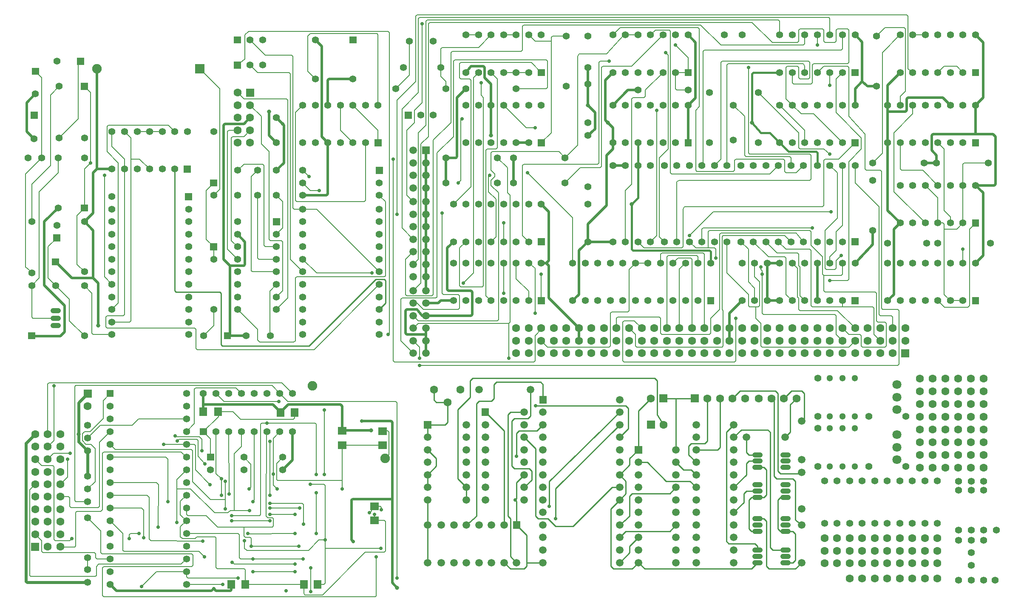
<source format=gbr>
%FSLAX34Y34*%
%MOMM*%
%LNCOPPER_BOTTOM*%
G71*
G01*
%ADD10C, 0.70*%
%ADD11C, 0.80*%
%ADD12C, 1.90*%
%ADD13C, 1.40*%
%ADD14C, 1.40*%
%ADD15C, 1.60*%
%ADD16C, 1.50*%
%ADD17C, 1.60*%
%ADD18C, 1.00*%
%ADD19C, 0.20*%
%ADD20C, 0.50*%
%ADD21C, 0.40*%
%ADD22C, 0.25*%
%ADD23C, 1.50*%
%ADD24C, 1.60*%
%ADD25C, 0.60*%
%ADD26C, 0.20*%
%ADD27C, 0.70*%
%ADD28R, 1.60X1.80*%
%ADD29R, 1.80X1.60*%
%ADD30C, 1.30*%
%ADD31C, 1.80*%
%LPD*%
X542500Y462500D02*
G54D10*
D03*
X910000Y397500D02*
G54D10*
D03*
X882500Y492500D02*
G54D10*
D03*
X522500Y490000D02*
G54D10*
D03*
X1525000Y387500D02*
G54D10*
D03*
X1332500Y327500D02*
G54D10*
D03*
X910000Y257500D02*
G54D10*
D03*
X1372500Y207500D02*
G54D10*
D03*
X972500Y217500D02*
G54D10*
D03*
X830000Y277500D02*
G54D10*
D03*
X102500Y192500D02*
G54D11*
D03*
X1405000Y597500D02*
G54D11*
D03*
X885000Y572500D02*
G54D11*
D03*
X442500Y620000D02*
G54D11*
D03*
X1117500Y597500D02*
G54D11*
D03*
X690000Y525000D02*
G54D10*
D03*
X972500Y587500D02*
G54D10*
D03*
X1120000Y720000D02*
G54D10*
D03*
X1560000Y672500D02*
G54D10*
D03*
X865000Y677500D02*
G54D10*
D03*
X1280000Y372500D02*
G54D10*
D03*
X1562500Y420000D02*
G54D10*
D03*
X1397500Y707500D02*
G54D10*
D03*
X1232500Y737500D02*
G54D10*
D03*
X1535000Y752500D02*
G54D10*
D03*
X1582500Y332500D02*
G54D10*
D03*
X1560000Y535000D02*
G54D10*
D03*
X647500Y297500D02*
G54D10*
D03*
X1215000Y622500D02*
G54D10*
D03*
X820000Y477500D02*
G54D10*
D03*
X827500Y605000D02*
G54D10*
D03*
X1560000Y282500D02*
G54D10*
D03*
X787500Y417500D02*
G54D10*
D03*
X920000Y127500D02*
G54D10*
D03*
X470000Y595000D02*
G54D10*
D03*
X1165000Y435000D02*
G54D11*
D03*
X1077500Y632500D02*
G54D11*
D03*
X985000Y295000D02*
G54D10*
D03*
X957500Y497500D02*
G54D10*
D03*
X697500Y415000D02*
G54D10*
D03*
X1825000Y345000D02*
G54D10*
D03*
X1252500Y752500D02*
G54D10*
D03*
X115000Y492500D02*
G54D10*
D03*
X87500Y517500D02*
G54D10*
D03*
G36*
X295500Y714500D02*
X314500Y714500D01*
X314500Y695500D01*
X295500Y695500D01*
X295500Y714500D01*
G37*
X100000Y705000D02*
G54D12*
D03*
X785000Y707500D02*
G54D13*
D03*
X710000Y707500D02*
G54D13*
D03*
X1752500Y357500D02*
G54D13*
D03*
X1675000Y357500D02*
G54D13*
D03*
X1350000Y772500D02*
G54D13*
D03*
X1385000Y772500D02*
G54D13*
D03*
X1367500Y632500D02*
G54D13*
D03*
X1367500Y562500D02*
G54D13*
D03*
X1077500Y675000D02*
G54D13*
D03*
X1077500Y597500D02*
G54D13*
D03*
X1077500Y435000D02*
G54D13*
D03*
X1077500Y360000D02*
G54D13*
D03*
X380000Y502500D02*
G54D13*
D03*
X380000Y452500D02*
G54D13*
D03*
X420000Y502500D02*
G54D13*
D03*
X420000Y452500D02*
G54D13*
D03*
X457500Y502500D02*
G54D13*
D03*
X457500Y452500D02*
G54D13*
D03*
X397500Y172500D02*
G54D13*
D03*
X445000Y172500D02*
G54D13*
D03*
X457500Y607500D02*
G54D13*
D03*
X457500Y557500D02*
G54D13*
D03*
X20000Y720000D02*
G54D13*
D03*
G36*
X60500Y727000D02*
X74500Y727000D01*
X74500Y713000D01*
X60500Y713000D01*
X60500Y727000D01*
G37*
X-22500Y655000D02*
G54D13*
D03*
G36*
X-29500Y707000D02*
X-15500Y707000D01*
X-15500Y693000D01*
X-29500Y693000D01*
X-29500Y707000D01*
G37*
X-25000Y565000D02*
G54D13*
D03*
G36*
X-32000Y619500D02*
X-18000Y619500D01*
X-18000Y605500D01*
X-32000Y605500D01*
X-32000Y619500D01*
G37*
X312500Y172500D02*
G54D13*
D03*
G36*
X353000Y179500D02*
X367000Y179500D01*
X367000Y165500D01*
X353000Y165500D01*
X353000Y179500D01*
G37*
X17500Y272500D02*
G54D13*
D03*
G36*
X10500Y327000D02*
X24500Y327000D01*
X24500Y313000D01*
X10500Y313000D01*
X10500Y327000D01*
G37*
G36*
X13000Y374500D02*
X27000Y374500D01*
X27000Y360500D01*
X13000Y360500D01*
X13000Y374500D01*
G37*
X20000Y392500D02*
G54D13*
D03*
G36*
X978000Y704500D02*
X992000Y704500D01*
X992000Y690500D01*
X978000Y690500D01*
X978000Y704500D01*
G37*
X960000Y697500D02*
G54D14*
D03*
X935000Y697500D02*
G54D14*
D03*
X910000Y697500D02*
G54D14*
D03*
X885000Y697500D02*
G54D14*
D03*
X860000Y697500D02*
G54D14*
D03*
X835000Y697500D02*
G54D14*
D03*
X835000Y772500D02*
G54D14*
D03*
X860000Y772500D02*
G54D14*
D03*
X885000Y772500D02*
G54D14*
D03*
X910000Y772500D02*
G54D14*
D03*
X935000Y772500D02*
G54D14*
D03*
X960000Y772500D02*
G54D14*
D03*
X985000Y772500D02*
G54D14*
D03*
G36*
X978000Y564500D02*
X992000Y564500D01*
X992000Y550500D01*
X978000Y550500D01*
X978000Y564500D01*
G37*
X960000Y557500D02*
G54D14*
D03*
X935000Y557500D02*
G54D14*
D03*
X910000Y557500D02*
G54D14*
D03*
X885000Y557500D02*
G54D14*
D03*
X860000Y557500D02*
G54D14*
D03*
X835000Y557500D02*
G54D14*
D03*
X835000Y632500D02*
G54D14*
D03*
X860000Y632500D02*
G54D14*
D03*
X885000Y632500D02*
G54D14*
D03*
X910000Y632500D02*
G54D14*
D03*
X935000Y632500D02*
G54D14*
D03*
X960000Y632500D02*
G54D14*
D03*
X985000Y632500D02*
G54D14*
D03*
G36*
X1843000Y249500D02*
X1857000Y249500D01*
X1857000Y235500D01*
X1843000Y235500D01*
X1843000Y249500D01*
G37*
X1825000Y242500D02*
G54D14*
D03*
X1800000Y242500D02*
G54D14*
D03*
X1775000Y242500D02*
G54D14*
D03*
X1750000Y242500D02*
G54D14*
D03*
X1725000Y242500D02*
G54D14*
D03*
X1700000Y242500D02*
G54D14*
D03*
X1675000Y242500D02*
G54D14*
D03*
X1675000Y317500D02*
G54D14*
D03*
X1700000Y317500D02*
G54D14*
D03*
X1725000Y317500D02*
G54D14*
D03*
X1750000Y317500D02*
G54D14*
D03*
X1775000Y317500D02*
G54D14*
D03*
X1800000Y317500D02*
G54D14*
D03*
X1825000Y317500D02*
G54D14*
D03*
X1850000Y317500D02*
G54D14*
D03*
G36*
X1843000Y404500D02*
X1857000Y404500D01*
X1857000Y390500D01*
X1843000Y390500D01*
X1843000Y404500D01*
G37*
X1825000Y397500D02*
G54D14*
D03*
X1800000Y397500D02*
G54D14*
D03*
X1775000Y397500D02*
G54D14*
D03*
X1750000Y397500D02*
G54D14*
D03*
X1725000Y397500D02*
G54D14*
D03*
X1700000Y397500D02*
G54D14*
D03*
X1700000Y472500D02*
G54D14*
D03*
X1725000Y472500D02*
G54D14*
D03*
X1750000Y472500D02*
G54D14*
D03*
X1775000Y472500D02*
G54D14*
D03*
X1800000Y472500D02*
G54D14*
D03*
X1825000Y472500D02*
G54D14*
D03*
X1850000Y472500D02*
G54D14*
D03*
G36*
X1843000Y564500D02*
X1857000Y564500D01*
X1857000Y550500D01*
X1843000Y550500D01*
X1843000Y564500D01*
G37*
X1825000Y557500D02*
G54D14*
D03*
X1800000Y557500D02*
G54D14*
D03*
X1775000Y557500D02*
G54D14*
D03*
X1750000Y557500D02*
G54D14*
D03*
X1725000Y557500D02*
G54D14*
D03*
X1700000Y557500D02*
G54D14*
D03*
X1675000Y557500D02*
G54D14*
D03*
X1675000Y632500D02*
G54D14*
D03*
X1700000Y632500D02*
G54D14*
D03*
X1725000Y632500D02*
G54D14*
D03*
X1750000Y632500D02*
G54D14*
D03*
X1775000Y632500D02*
G54D14*
D03*
X1800000Y632500D02*
G54D14*
D03*
X1825000Y632500D02*
G54D14*
D03*
X1850000Y632500D02*
G54D14*
D03*
G36*
X1270500Y704500D02*
X1284500Y704500D01*
X1284500Y690500D01*
X1270500Y690500D01*
X1270500Y704500D01*
G37*
X1252500Y697500D02*
G54D14*
D03*
X1227500Y697500D02*
G54D14*
D03*
X1202500Y697500D02*
G54D14*
D03*
X1177500Y697500D02*
G54D14*
D03*
X1152500Y697500D02*
G54D14*
D03*
X1127500Y697500D02*
G54D14*
D03*
X1127500Y772500D02*
G54D14*
D03*
X1152500Y772500D02*
G54D14*
D03*
X1177500Y772500D02*
G54D14*
D03*
X1202500Y772500D02*
G54D14*
D03*
X1227500Y772500D02*
G54D14*
D03*
X1252500Y772500D02*
G54D14*
D03*
X1277500Y772500D02*
G54D14*
D03*
G36*
X1603000Y704500D02*
X1617000Y704500D01*
X1617000Y690500D01*
X1603000Y690500D01*
X1603000Y704500D01*
G37*
X1585000Y697500D02*
G54D14*
D03*
X1560000Y697500D02*
G54D14*
D03*
X1535000Y697500D02*
G54D14*
D03*
X1510000Y697500D02*
G54D14*
D03*
X1485000Y697500D02*
G54D14*
D03*
X1460000Y697500D02*
G54D14*
D03*
X1460000Y772500D02*
G54D14*
D03*
X1485000Y772500D02*
G54D14*
D03*
X1510000Y772500D02*
G54D14*
D03*
X1535000Y772500D02*
G54D14*
D03*
X1560000Y772500D02*
G54D14*
D03*
X1585000Y772500D02*
G54D14*
D03*
X1610000Y772500D02*
G54D14*
D03*
G36*
X1843000Y704500D02*
X1857000Y704500D01*
X1857000Y690500D01*
X1843000Y690500D01*
X1843000Y704500D01*
G37*
X1825000Y697500D02*
G54D14*
D03*
X1800000Y697500D02*
G54D14*
D03*
X1775000Y697500D02*
G54D14*
D03*
X1750000Y697500D02*
G54D14*
D03*
X1725000Y697500D02*
G54D14*
D03*
X1700000Y697500D02*
G54D14*
D03*
X1700000Y772500D02*
G54D14*
D03*
X1725000Y772500D02*
G54D14*
D03*
X1750000Y772500D02*
G54D14*
D03*
X1775000Y772500D02*
G54D14*
D03*
X1800000Y772500D02*
G54D14*
D03*
X1825000Y772500D02*
G54D14*
D03*
X1850000Y772500D02*
G54D14*
D03*
G36*
X1315500Y249500D02*
X1329500Y249500D01*
X1329500Y235500D01*
X1315500Y235500D01*
X1315500Y249500D01*
G37*
X1297500Y242500D02*
G54D14*
D03*
X1272500Y242500D02*
G54D14*
D03*
X1247500Y242500D02*
G54D14*
D03*
X1222500Y242500D02*
G54D14*
D03*
X1197500Y242500D02*
G54D14*
D03*
X1172500Y242500D02*
G54D14*
D03*
X1147500Y242500D02*
G54D14*
D03*
X1122500Y242500D02*
G54D14*
D03*
X1097500Y242500D02*
G54D14*
D03*
X1072500Y242500D02*
G54D14*
D03*
X1047500Y242500D02*
G54D14*
D03*
X1047500Y317500D02*
G54D14*
D03*
X1072500Y317500D02*
G54D14*
D03*
X1097500Y317500D02*
G54D14*
D03*
X1122500Y317500D02*
G54D14*
D03*
X1147500Y317500D02*
G54D14*
D03*
X1172500Y317500D02*
G54D14*
D03*
X1197500Y317500D02*
G54D14*
D03*
X1222500Y317500D02*
G54D14*
D03*
X1247500Y317500D02*
G54D14*
D03*
X1272500Y317500D02*
G54D14*
D03*
X1297500Y317500D02*
G54D14*
D03*
X1322500Y317500D02*
G54D14*
D03*
G36*
X1270500Y564500D02*
X1284500Y564500D01*
X1284500Y550500D01*
X1270500Y550500D01*
X1270500Y564500D01*
G37*
X1252500Y557500D02*
G54D14*
D03*
X1227500Y557500D02*
G54D14*
D03*
X1202500Y557500D02*
G54D14*
D03*
X1177500Y557500D02*
G54D14*
D03*
X1152500Y557500D02*
G54D14*
D03*
X1127500Y557500D02*
G54D14*
D03*
X1127500Y632500D02*
G54D14*
D03*
X1152500Y632500D02*
G54D14*
D03*
X1177500Y632500D02*
G54D14*
D03*
X1202500Y632500D02*
G54D14*
D03*
X1227500Y632500D02*
G54D14*
D03*
X1252500Y632500D02*
G54D14*
D03*
X1277500Y632500D02*
G54D14*
D03*
G36*
X653000Y564500D02*
X667000Y564500D01*
X667000Y550500D01*
X653000Y550500D01*
X653000Y564500D01*
G37*
X635000Y557500D02*
G54D14*
D03*
X610000Y557500D02*
G54D14*
D03*
X585000Y557500D02*
G54D14*
D03*
X560000Y557500D02*
G54D14*
D03*
X535000Y557500D02*
G54D14*
D03*
X510000Y557500D02*
G54D14*
D03*
X510000Y632500D02*
G54D14*
D03*
X535000Y632500D02*
G54D14*
D03*
X560000Y632500D02*
G54D14*
D03*
X585000Y632500D02*
G54D14*
D03*
X610000Y632500D02*
G54D14*
D03*
X635000Y632500D02*
G54D14*
D03*
X660000Y632500D02*
G54D14*
D03*
G36*
X273000Y512000D02*
X287000Y512000D01*
X287000Y498000D01*
X273000Y498000D01*
X273000Y512000D01*
G37*
X255000Y505000D02*
G54D14*
D03*
X230000Y505000D02*
G54D14*
D03*
X205000Y505000D02*
G54D14*
D03*
X180000Y505000D02*
G54D14*
D03*
X155000Y505000D02*
G54D14*
D03*
X130000Y505000D02*
G54D14*
D03*
X130000Y580000D02*
G54D14*
D03*
X155000Y580000D02*
G54D14*
D03*
X180000Y580000D02*
G54D14*
D03*
X205000Y580000D02*
G54D14*
D03*
X230000Y580000D02*
G54D14*
D03*
X255000Y580000D02*
G54D14*
D03*
X280000Y580000D02*
G54D14*
D03*
G36*
X1603000Y367000D02*
X1617000Y367000D01*
X1617000Y353000D01*
X1603000Y353000D01*
X1603000Y367000D01*
G37*
X1585000Y360000D02*
G54D13*
D03*
X1560000Y360000D02*
G54D13*
D03*
X1535000Y360000D02*
G54D13*
D03*
X1507500Y360000D02*
G54D13*
D03*
X1482500Y360000D02*
G54D13*
D03*
X1457500Y360000D02*
G54D13*
D03*
X1432500Y360000D02*
G54D13*
D03*
X1407500Y360000D02*
G54D13*
D03*
X1382500Y360000D02*
G54D13*
D03*
X1355000Y360000D02*
G54D13*
D03*
X1330000Y360000D02*
G54D13*
D03*
X1305000Y360000D02*
G54D13*
D03*
X1280000Y360000D02*
G54D13*
D03*
X1255000Y360000D02*
G54D13*
D03*
X1230000Y360000D02*
G54D13*
D03*
X1202500Y360000D02*
G54D13*
D03*
X1177500Y360000D02*
G54D13*
D03*
X1152500Y360000D02*
G54D13*
D03*
X1127500Y360000D02*
G54D13*
D03*
X1127500Y512500D02*
G54D13*
D03*
X1152500Y512500D02*
G54D13*
D03*
X1177500Y512500D02*
G54D13*
D03*
X1202500Y512500D02*
G54D13*
D03*
X1230000Y512500D02*
G54D13*
D03*
X1255000Y512500D02*
G54D13*
D03*
X1280000Y512500D02*
G54D13*
D03*
X1305000Y512500D02*
G54D13*
D03*
X1330000Y512500D02*
G54D13*
D03*
X1355000Y512500D02*
G54D13*
D03*
X1382500Y512500D02*
G54D13*
D03*
X1407500Y512500D02*
G54D13*
D03*
X1432500Y512500D02*
G54D13*
D03*
X1457500Y512500D02*
G54D13*
D03*
X1482500Y512500D02*
G54D13*
D03*
X1507500Y512500D02*
G54D13*
D03*
X1535000Y512500D02*
G54D13*
D03*
X1560000Y512500D02*
G54D13*
D03*
X1585000Y512500D02*
G54D13*
D03*
X1610000Y512500D02*
G54D13*
D03*
G36*
X978000Y367000D02*
X992000Y367000D01*
X992000Y353000D01*
X978000Y353000D01*
X978000Y367000D01*
G37*
X960000Y360000D02*
G54D14*
D03*
X935000Y360000D02*
G54D14*
D03*
X910000Y360000D02*
G54D14*
D03*
X885000Y360000D02*
G54D14*
D03*
X860000Y360000D02*
G54D14*
D03*
X835000Y360000D02*
G54D14*
D03*
X810000Y360000D02*
G54D14*
D03*
X810000Y435000D02*
G54D14*
D03*
X835000Y435000D02*
G54D14*
D03*
X860000Y435000D02*
G54D14*
D03*
X885000Y435000D02*
G54D14*
D03*
X910000Y435000D02*
G54D14*
D03*
X935000Y435000D02*
G54D14*
D03*
X960000Y435000D02*
G54D14*
D03*
X985000Y435000D02*
G54D14*
D03*
G36*
X1603000Y249500D02*
X1617000Y249500D01*
X1617000Y235500D01*
X1603000Y235500D01*
X1603000Y249500D01*
G37*
X1585000Y242500D02*
G54D14*
D03*
X1560000Y242500D02*
G54D14*
D03*
X1535000Y242500D02*
G54D14*
D03*
X1510000Y242500D02*
G54D14*
D03*
X1485000Y242500D02*
G54D14*
D03*
X1460000Y242500D02*
G54D14*
D03*
X1435000Y242500D02*
G54D14*
D03*
X1410000Y242500D02*
G54D14*
D03*
X1385000Y242500D02*
G54D14*
D03*
X1385000Y317500D02*
G54D14*
D03*
X1410000Y317500D02*
G54D14*
D03*
X1435000Y317500D02*
G54D14*
D03*
X1460000Y317500D02*
G54D14*
D03*
X1485000Y317500D02*
G54D14*
D03*
X1510000Y317500D02*
G54D14*
D03*
X1535000Y317500D02*
G54D14*
D03*
X1560000Y317500D02*
G54D14*
D03*
X1585000Y317500D02*
G54D14*
D03*
X1610000Y317500D02*
G54D14*
D03*
G36*
X978000Y249500D02*
X992000Y249500D01*
X992000Y235500D01*
X978000Y235500D01*
X978000Y249500D01*
G37*
X960000Y242500D02*
G54D14*
D03*
X935000Y242500D02*
G54D14*
D03*
X910000Y242500D02*
G54D14*
D03*
X885000Y242500D02*
G54D14*
D03*
X860000Y242500D02*
G54D14*
D03*
X835000Y242500D02*
G54D14*
D03*
X810000Y242500D02*
G54D14*
D03*
X810000Y317500D02*
G54D14*
D03*
X835000Y317500D02*
G54D14*
D03*
X860000Y317500D02*
G54D14*
D03*
X885000Y317500D02*
G54D14*
D03*
X910000Y317500D02*
G54D14*
D03*
X935000Y317500D02*
G54D14*
D03*
X960000Y317500D02*
G54D14*
D03*
X985000Y317500D02*
G54D14*
D03*
G36*
X1603000Y564500D02*
X1617000Y564500D01*
X1617000Y550500D01*
X1603000Y550500D01*
X1603000Y564500D01*
G37*
X1585000Y557500D02*
G54D14*
D03*
X1560000Y557500D02*
G54D14*
D03*
X1535000Y557500D02*
G54D14*
D03*
X1510000Y557500D02*
G54D14*
D03*
X1485000Y557500D02*
G54D14*
D03*
X1460000Y557500D02*
G54D14*
D03*
X1460000Y632500D02*
G54D14*
D03*
X1485000Y632500D02*
G54D14*
D03*
X1510000Y632500D02*
G54D14*
D03*
X1535000Y632500D02*
G54D14*
D03*
X1560000Y632500D02*
G54D14*
D03*
X1585000Y632500D02*
G54D14*
D03*
X1610000Y632500D02*
G54D14*
D03*
G36*
X655500Y509500D02*
X669500Y509500D01*
X669500Y495500D01*
X655500Y495500D01*
X655500Y509500D01*
G37*
X662500Y477500D02*
G54D13*
D03*
X662500Y452500D02*
G54D13*
D03*
X662500Y425000D02*
G54D13*
D03*
X662500Y400000D02*
G54D13*
D03*
X662500Y375000D02*
G54D13*
D03*
X662500Y350000D02*
G54D13*
D03*
X662500Y325000D02*
G54D13*
D03*
X662500Y300000D02*
G54D13*
D03*
X662500Y275000D02*
G54D13*
D03*
X662500Y250000D02*
G54D13*
D03*
X662500Y225000D02*
G54D13*
D03*
X662500Y200000D02*
G54D13*
D03*
X662500Y175000D02*
G54D13*
D03*
X510000Y175000D02*
G54D13*
D03*
X510000Y200000D02*
G54D13*
D03*
X510000Y225000D02*
G54D13*
D03*
X510000Y250000D02*
G54D13*
D03*
X510000Y275000D02*
G54D13*
D03*
X510000Y300000D02*
G54D13*
D03*
X510000Y325000D02*
G54D13*
D03*
X510000Y350000D02*
G54D13*
D03*
X510000Y375000D02*
G54D13*
D03*
X510000Y400000D02*
G54D13*
D03*
X510000Y425000D02*
G54D13*
D03*
X510000Y452500D02*
G54D13*
D03*
X510000Y477500D02*
G54D13*
D03*
X510000Y502500D02*
G54D13*
D03*
G36*
X450500Y407000D02*
X464500Y407000D01*
X464500Y393000D01*
X450500Y393000D01*
X450500Y407000D01*
G37*
X457500Y375000D02*
G54D13*
D03*
X457500Y350000D02*
G54D13*
D03*
X457500Y325000D02*
G54D13*
D03*
X457500Y300000D02*
G54D13*
D03*
X457500Y275000D02*
G54D13*
D03*
X457500Y250000D02*
G54D13*
D03*
X457500Y225000D02*
G54D13*
D03*
X380000Y225000D02*
G54D13*
D03*
X380000Y250000D02*
G54D13*
D03*
X380000Y275000D02*
G54D13*
D03*
X380000Y300000D02*
G54D13*
D03*
X380000Y325000D02*
G54D13*
D03*
X380000Y350000D02*
G54D13*
D03*
X380000Y375000D02*
G54D13*
D03*
X380000Y400000D02*
G54D13*
D03*
G36*
X275500Y457000D02*
X289500Y457000D01*
X289500Y443000D01*
X275500Y443000D01*
X275500Y457000D01*
G37*
X282500Y425000D02*
G54D13*
D03*
X282500Y400000D02*
G54D13*
D03*
X282500Y375000D02*
G54D13*
D03*
X282500Y350000D02*
G54D13*
D03*
X282500Y325000D02*
G54D13*
D03*
X282500Y300000D02*
G54D13*
D03*
X282500Y275000D02*
G54D13*
D03*
X282500Y250000D02*
G54D13*
D03*
X282500Y225000D02*
G54D13*
D03*
X282500Y200000D02*
G54D13*
D03*
X282500Y175000D02*
G54D13*
D03*
X130000Y175000D02*
G54D13*
D03*
X130000Y200000D02*
G54D13*
D03*
X130000Y225000D02*
G54D13*
D03*
X130000Y250000D02*
G54D13*
D03*
X130000Y275000D02*
G54D13*
D03*
X130000Y300000D02*
G54D13*
D03*
X130000Y325000D02*
G54D13*
D03*
X130000Y350000D02*
G54D13*
D03*
X130000Y375000D02*
G54D13*
D03*
X130000Y400000D02*
G54D13*
D03*
X130000Y425000D02*
G54D13*
D03*
X130000Y450000D02*
G54D13*
D03*
G36*
X713000Y619500D02*
X727000Y619500D01*
X727000Y605500D01*
X713000Y605500D01*
X713000Y619500D01*
G37*
X745000Y612500D02*
G54D13*
D03*
X770000Y612500D02*
G54D13*
D03*
X935000Y162500D02*
G54D15*
D03*
X960000Y162500D02*
G54D15*
D03*
X935000Y137500D02*
G54D15*
D03*
X960000Y137500D02*
G54D15*
D03*
X985000Y162500D02*
G54D15*
D03*
X1010000Y162500D02*
G54D15*
D03*
X985000Y137500D02*
G54D15*
D03*
X1010000Y137500D02*
G54D15*
D03*
X985000Y187500D02*
G54D15*
D03*
X1010000Y187500D02*
G54D15*
D03*
X1035000Y162500D02*
G54D15*
D03*
X1035000Y137500D02*
G54D15*
D03*
X1060000Y162500D02*
G54D15*
D03*
X1085000Y162500D02*
G54D15*
D03*
X1060000Y137500D02*
G54D15*
D03*
G36*
X1702000Y145500D02*
X1718000Y145500D01*
X1718000Y129500D01*
X1702000Y129500D01*
X1702000Y145500D01*
G37*
X960000Y187500D02*
G54D15*
D03*
X1085000Y137500D02*
G54D15*
D03*
X1060000Y187500D02*
G54D15*
D03*
X1085000Y187500D02*
G54D15*
D03*
X1035000Y187500D02*
G54D15*
D03*
X1110000Y162500D02*
G54D15*
D03*
X1110000Y137500D02*
G54D15*
D03*
X1135000Y162500D02*
G54D15*
D03*
X1160000Y162500D02*
G54D15*
D03*
X1135000Y137500D02*
G54D15*
D03*
X1160000Y137500D02*
G54D15*
D03*
X1135000Y187500D02*
G54D15*
D03*
X1160000Y187500D02*
G54D15*
D03*
X1185000Y162500D02*
G54D15*
D03*
X1185000Y137500D02*
G54D15*
D03*
X1210000Y162500D02*
G54D15*
D03*
X1235000Y162500D02*
G54D15*
D03*
X1210000Y137500D02*
G54D15*
D03*
X1110000Y187500D02*
G54D15*
D03*
X1235000Y137500D02*
G54D15*
D03*
X1210000Y187500D02*
G54D15*
D03*
X1235000Y187500D02*
G54D15*
D03*
X1185000Y187500D02*
G54D15*
D03*
X1260000Y162500D02*
G54D15*
D03*
X1285000Y162500D02*
G54D15*
D03*
X1260000Y137500D02*
G54D15*
D03*
X1285000Y137500D02*
G54D15*
D03*
X1310000Y162500D02*
G54D15*
D03*
X1335000Y162500D02*
G54D15*
D03*
X1310000Y137500D02*
G54D15*
D03*
X1335000Y137500D02*
G54D15*
D03*
X1310000Y187500D02*
G54D15*
D03*
X1335000Y187500D02*
G54D15*
D03*
X1360000Y162500D02*
G54D15*
D03*
X1360000Y137500D02*
G54D15*
D03*
X1385000Y162500D02*
G54D15*
D03*
X1410000Y162500D02*
G54D15*
D03*
X1385000Y137500D02*
G54D15*
D03*
X1260000Y187500D02*
G54D15*
D03*
X1285000Y187500D02*
G54D15*
D03*
X1410000Y137500D02*
G54D15*
D03*
X1385000Y187500D02*
G54D15*
D03*
X1410000Y187500D02*
G54D15*
D03*
X1360000Y187500D02*
G54D15*
D03*
X1435000Y162500D02*
G54D15*
D03*
X1435000Y137500D02*
G54D15*
D03*
X1460000Y162500D02*
G54D15*
D03*
X1485000Y162500D02*
G54D15*
D03*
X1460000Y137500D02*
G54D15*
D03*
X1485000Y137500D02*
G54D15*
D03*
X1460000Y187500D02*
G54D15*
D03*
X1485000Y187500D02*
G54D15*
D03*
X1510000Y162500D02*
G54D15*
D03*
X1510000Y137500D02*
G54D15*
D03*
X1535000Y162500D02*
G54D15*
D03*
X1560000Y162500D02*
G54D15*
D03*
X1535000Y137500D02*
G54D15*
D03*
X1435000Y187500D02*
G54D15*
D03*
X1560000Y137500D02*
G54D15*
D03*
X1535000Y187500D02*
G54D15*
D03*
X1560000Y187500D02*
G54D15*
D03*
X1510000Y187500D02*
G54D15*
D03*
X1585000Y162500D02*
G54D15*
D03*
X1585000Y137500D02*
G54D15*
D03*
X1610000Y162500D02*
G54D15*
D03*
X1635000Y162500D02*
G54D15*
D03*
X1610000Y137500D02*
G54D15*
D03*
X1635000Y137500D02*
G54D15*
D03*
X1610000Y187500D02*
G54D15*
D03*
X1635000Y187500D02*
G54D15*
D03*
X1660000Y162500D02*
G54D15*
D03*
X1660000Y137500D02*
G54D15*
D03*
X1685000Y162500D02*
G54D15*
D03*
X1710000Y162500D02*
G54D15*
D03*
X1685000Y137500D02*
G54D15*
D03*
X1585000Y187500D02*
G54D15*
D03*
X935000Y187500D02*
G54D15*
D03*
X1685000Y187500D02*
G54D15*
D03*
X1710000Y187500D02*
G54D15*
D03*
X1660000Y187500D02*
G54D15*
D03*
G36*
X747500Y550000D02*
X762500Y550000D01*
X762500Y535000D01*
X747500Y535000D01*
X747500Y550000D01*
G37*
X730000Y542500D02*
G54D16*
D03*
X755000Y517500D02*
G54D16*
D03*
X730000Y517500D02*
G54D16*
D03*
X755000Y492500D02*
G54D16*
D03*
X730000Y492500D02*
G54D16*
D03*
X755000Y467500D02*
G54D16*
D03*
X730000Y467500D02*
G54D16*
D03*
X755000Y440000D02*
G54D16*
D03*
X730000Y440000D02*
G54D16*
D03*
X755000Y415000D02*
G54D16*
D03*
X730000Y415000D02*
G54D16*
D03*
X755000Y390000D02*
G54D16*
D03*
X730000Y390000D02*
G54D16*
D03*
X755000Y365000D02*
G54D16*
D03*
X730000Y365000D02*
G54D16*
D03*
X755000Y340000D02*
G54D16*
D03*
X730000Y340000D02*
G54D16*
D03*
X755000Y315000D02*
G54D16*
D03*
X730000Y315000D02*
G54D16*
D03*
X755000Y290000D02*
G54D16*
D03*
X730000Y290000D02*
G54D16*
D03*
X755000Y262500D02*
G54D16*
D03*
X730000Y262500D02*
G54D16*
D03*
X755000Y237500D02*
G54D16*
D03*
X730000Y237500D02*
G54D16*
D03*
X755000Y212500D02*
G54D16*
D03*
X730000Y212500D02*
G54D16*
D03*
X755000Y187500D02*
G54D16*
D03*
X730000Y187500D02*
G54D16*
D03*
X755000Y162500D02*
G54D16*
D03*
X730000Y162500D02*
G54D16*
D03*
X755000Y137500D02*
G54D16*
D03*
X730000Y137500D02*
G54D16*
D03*
G36*
X373000Y719500D02*
X387000Y719500D01*
X387000Y705500D01*
X373000Y705500D01*
X373000Y719500D01*
G37*
X405000Y712500D02*
G54D13*
D03*
X430000Y712500D02*
G54D13*
D03*
G36*
X373000Y769500D02*
X387000Y769500D01*
X387000Y755500D01*
X373000Y755500D01*
X373000Y769500D01*
G37*
X405000Y762500D02*
G54D13*
D03*
X430000Y762500D02*
G54D13*
D03*
G36*
X397000Y665500D02*
X413000Y665500D01*
X413000Y649500D01*
X397000Y649500D01*
X397000Y665500D01*
G37*
X380000Y657500D02*
G54D17*
D03*
X405000Y632500D02*
G54D17*
D03*
X380000Y632500D02*
G54D17*
D03*
X405000Y607500D02*
G54D17*
D03*
X380000Y607500D02*
G54D17*
D03*
X405000Y582500D02*
G54D17*
D03*
X380000Y582500D02*
G54D17*
D03*
X405000Y557500D02*
G54D17*
D03*
X380000Y557500D02*
G54D17*
D03*
X795000Y665000D02*
G54D13*
D03*
X695000Y665000D02*
G54D13*
D03*
X1035000Y670000D02*
G54D13*
D03*
X1035000Y770000D02*
G54D13*
D03*
X1880000Y357500D02*
G54D13*
D03*
X1775000Y357500D02*
G54D13*
D03*
X1277500Y662500D02*
G54D13*
D03*
X1177500Y662500D02*
G54D13*
D03*
X1875000Y517500D02*
G54D13*
D03*
X1772500Y517500D02*
G54D13*
D03*
X1652500Y770000D02*
G54D13*
D03*
X1652500Y670000D02*
G54D13*
D03*
X1645000Y482500D02*
G54D13*
D03*
X1645000Y382500D02*
G54D13*
D03*
X1645000Y517500D02*
G54D13*
D03*
X1747500Y517500D02*
G54D13*
D03*
X1077500Y470000D02*
G54D13*
D03*
X1077500Y572500D02*
G54D13*
D03*
X1417500Y557500D02*
G54D13*
D03*
X1417500Y657500D02*
G54D13*
D03*
X1320000Y557500D02*
G54D13*
D03*
X1320000Y657500D02*
G54D13*
D03*
X835000Y665000D02*
G54D13*
D03*
X935000Y665000D02*
G54D13*
D03*
X795000Y527500D02*
G54D13*
D03*
X897500Y527500D02*
G54D13*
D03*
X930000Y527500D02*
G54D13*
D03*
X1032500Y527500D02*
G54D13*
D03*
X930000Y477500D02*
G54D13*
D03*
X1032500Y477500D02*
G54D13*
D03*
X795000Y477500D02*
G54D13*
D03*
X897500Y477500D02*
G54D13*
D03*
X-30000Y297500D02*
G54D13*
D03*
X-30000Y400000D02*
G54D13*
D03*
X25000Y567500D02*
G54D13*
D03*
X25000Y670000D02*
G54D13*
D03*
X75000Y300000D02*
G54D13*
D03*
X75000Y400000D02*
G54D13*
D03*
X332500Y225000D02*
G54D13*
D03*
X332500Y325000D02*
G54D13*
D03*
X75000Y172500D02*
G54D13*
D03*
X75000Y272500D02*
G54D13*
D03*
X22500Y427500D02*
G54D13*
D03*
X22500Y527500D02*
G54D13*
D03*
X1077500Y707500D02*
G54D13*
D03*
X1077500Y770000D02*
G54D13*
D03*
G36*
X68000Y677000D02*
X82000Y677000D01*
X82000Y663000D01*
X68000Y663000D01*
X68000Y677000D01*
G37*
X75000Y567500D02*
G54D13*
D03*
G36*
X68000Y434500D02*
X82000Y434500D01*
X82000Y420500D01*
X68000Y420500D01*
X68000Y434500D01*
G37*
X75000Y527500D02*
G54D13*
D03*
G36*
X-37000Y179500D02*
X-23000Y179500D01*
X-23000Y165500D01*
X-37000Y165500D01*
X-37000Y179500D01*
G37*
X-30000Y272500D02*
G54D13*
D03*
G36*
X325500Y484500D02*
X339500Y484500D01*
X339500Y470500D01*
X325500Y470500D01*
X325500Y484500D01*
G37*
X332500Y580000D02*
G54D13*
D03*
G36*
X325500Y357000D02*
X339500Y357000D01*
X339500Y343000D01*
X325500Y343000D01*
X325500Y357000D01*
G37*
X332500Y452500D02*
G54D13*
D03*
G54D18*
X12500Y207500D02*
X22500Y207500D01*
G54D18*
X12500Y222500D02*
X22500Y222500D01*
X722500Y760000D02*
G54D13*
D03*
X770000Y760000D02*
G54D13*
D03*
G36*
X603000Y769500D02*
X617000Y769500D01*
X617000Y755500D01*
X603000Y755500D01*
X603000Y769500D01*
G37*
X610000Y685000D02*
G54D13*
D03*
X535000Y685000D02*
G54D13*
D03*
X535000Y762500D02*
G54D13*
D03*
X-37500Y527500D02*
G54D14*
D03*
X-10000Y527500D02*
G54D14*
D03*
G54D19*
X1457500Y360000D02*
X1472500Y345000D01*
X1520000Y345000D01*
X1522500Y342500D01*
X1522500Y232500D01*
X1525000Y230000D01*
X1645000Y230000D01*
X1647500Y227500D01*
X1647500Y175000D01*
X1660000Y162500D01*
G54D19*
X910000Y397500D02*
X910000Y360000D01*
G54D19*
X510000Y477500D02*
X525000Y462500D01*
X542500Y462500D01*
G54D19*
X1432500Y360000D02*
X1455000Y337500D01*
X1495000Y337500D01*
X1497500Y335000D01*
X1497500Y312500D01*
X1500000Y310000D01*
X1500000Y252500D01*
X1510000Y242500D01*
G54D19*
X522500Y490000D02*
X510000Y502500D01*
G54D19*
X885000Y360000D02*
X895000Y370000D01*
X895000Y445000D01*
X880000Y460000D01*
X880000Y490000D01*
X882500Y492500D01*
G54D19*
X1407500Y360000D02*
X1437500Y330000D01*
X1470000Y330000D01*
X1472500Y327500D01*
X1472500Y255000D01*
X1485000Y242500D01*
G54D19*
X1382500Y360000D02*
X1397500Y345000D01*
X1397500Y280000D01*
X1410000Y267500D01*
X1410000Y242500D01*
G54D19*
X1355000Y360000D02*
X1355000Y297500D01*
X1397500Y255000D01*
X1397500Y232500D01*
X1400000Y230000D01*
X1412500Y230000D01*
X1412500Y207500D01*
X1422500Y197500D01*
X1422500Y152500D01*
X1425000Y150000D01*
X1597500Y150000D01*
X1610000Y162500D01*
G54D19*
X1412500Y230000D02*
X1417500Y230000D01*
X1420000Y232500D01*
X1420000Y280000D01*
X1410000Y290000D01*
X1410000Y317500D01*
G54D19*
X1485000Y317500D02*
X1495000Y307500D01*
X1495000Y250000D01*
X1497500Y247500D01*
X1497500Y225000D01*
X1500000Y222500D01*
X1575000Y222500D01*
X1610000Y187500D01*
G54D19*
X1422500Y310000D02*
X1422500Y305000D01*
X1425000Y302500D01*
X1425000Y295000D01*
X1425000Y217500D01*
X1427500Y215000D01*
X1570000Y215000D01*
X1572500Y212500D01*
X1572500Y175000D01*
X1585000Y162500D01*
G54D19*
X1525000Y387500D02*
X1307500Y387500D01*
X1305000Y385000D01*
X1305000Y360000D01*
G54D19*
X1280000Y360000D02*
X1292500Y347500D01*
X1317500Y347500D01*
X1317500Y380000D01*
X1320000Y382500D01*
X1520000Y382500D01*
X1522500Y380000D01*
X1522500Y352500D01*
X1545000Y330000D01*
X1545000Y295000D01*
G54D19*
X1545000Y295000D02*
X1547500Y292500D01*
X1582500Y292500D01*
X1585000Y295000D01*
X1585000Y317500D01*
G54D19*
X1332500Y327500D02*
X1332500Y345000D01*
X1330000Y347500D01*
X1317500Y347500D01*
G54D19*
X1135000Y187500D02*
X1135000Y207500D01*
X1137500Y210000D01*
X1220000Y210000D01*
X1222500Y207500D01*
X1222500Y177500D01*
X1225000Y175000D01*
X1320000Y175000D01*
X1322500Y177500D01*
X1322500Y207500D01*
X1340000Y225000D01*
X1340000Y375000D01*
X1342500Y377500D01*
X1492500Y377500D01*
X1507500Y360000D01*
G54D19*
X1482500Y360000D02*
X1470000Y372500D01*
X1347500Y372500D01*
X1345000Y370000D01*
X1345000Y225000D01*
X1347500Y222500D01*
X1347500Y152500D01*
X1345000Y150000D01*
X1175000Y150000D01*
X1172500Y152500D01*
X1172500Y175000D01*
X1160000Y187500D01*
G54D19*
X910000Y257500D02*
X910000Y317500D01*
G54D19*
X1185000Y187500D02*
X1170000Y202500D01*
X1150000Y202500D01*
X1147500Y200000D01*
X1147500Y122500D01*
X1150000Y120000D01*
X1370000Y120000D01*
X1372500Y122500D01*
X1372500Y207500D01*
G54D19*
X1197500Y317500D02*
X1172500Y317500D01*
X1160000Y305000D01*
X1160000Y222500D01*
X1157500Y220000D01*
X1125000Y220000D01*
X1122500Y217500D01*
X1122500Y152500D01*
X1120000Y150000D01*
X997500Y150000D01*
X985000Y162500D01*
G54D19*
X972500Y217500D02*
X972990Y216179D01*
X972990Y306928D01*
X960500Y317000D01*
G54D19*
X130000Y580000D02*
X130000Y550000D01*
X155000Y525000D01*
X155000Y505000D01*
X155000Y215000D01*
X152500Y212500D01*
X120000Y212500D01*
X117500Y210000D01*
X117500Y190000D01*
X120000Y187500D01*
X295000Y187500D01*
X297500Y185000D01*
X297500Y147500D01*
X300000Y145000D01*
X532500Y145000D01*
X662500Y275000D01*
G54D19*
X830000Y277500D02*
X850000Y297500D01*
X850000Y687500D01*
X860000Y697500D01*
G54D19*
X1685000Y187500D02*
X1685000Y210000D01*
X1682500Y212500D01*
X1660000Y212500D01*
X1657500Y215000D01*
X1657500Y430000D01*
X1610000Y477500D01*
X1610000Y512500D01*
G54D20*
X405000Y607500D02*
X392500Y595000D01*
X355000Y595000D01*
X352500Y592500D01*
X352500Y325000D01*
X365000Y312500D01*
X392500Y312500D01*
X395000Y315000D01*
X395000Y360000D01*
X380000Y375000D01*
G54D20*
X810000Y360000D02*
X797500Y347500D01*
X797500Y265000D01*
X800000Y262500D01*
X845000Y262500D01*
X847500Y260000D01*
X847500Y215000D01*
X845000Y212500D01*
X755000Y212500D01*
X747500Y212500D01*
X737500Y225000D01*
X717500Y225000D01*
X715000Y222500D01*
X715000Y177500D01*
X717500Y175000D01*
X755000Y175000D01*
G54D21*
X1460000Y697500D02*
X1407500Y697500D01*
X1405000Y695000D01*
X1405000Y597500D01*
X1422500Y577500D01*
X1440000Y577500D01*
X1460000Y557500D01*
X1477500Y540000D01*
X1532500Y540000D01*
X1535000Y537500D01*
X1535000Y512500D01*
G54D20*
X1127500Y697500D02*
X1112500Y682500D01*
X1112500Y602500D01*
X1117500Y597500D01*
X1127500Y587500D01*
X1127500Y557500D01*
X1127500Y545000D01*
X1115000Y532500D01*
X1115000Y432500D01*
X1077500Y395000D01*
X1077500Y360000D01*
X1127500Y360000D01*
G54D20*
X835000Y697500D02*
X845000Y710000D01*
X870000Y710000D01*
X872500Y707500D01*
X872500Y687500D01*
X885000Y675000D01*
X885000Y632500D01*
X885000Y572500D01*
G54D20*
X560000Y632500D02*
X560000Y682500D01*
X562500Y685000D01*
X610000Y685000D01*
G54D20*
X102500Y192500D02*
X102500Y277500D01*
X92500Y287500D01*
X92500Y382500D01*
X75000Y400000D01*
X92500Y417500D01*
X92500Y497500D01*
X100000Y505000D01*
X100000Y702500D01*
G54D20*
X1675000Y242500D02*
X1687500Y255000D01*
X1687500Y385000D01*
X1700000Y397500D01*
X1675000Y422500D01*
X1675000Y557500D01*
X1675000Y632500D01*
X1675000Y672500D01*
X1700000Y697500D01*
G54D20*
X1385000Y242500D02*
X1360000Y217500D01*
X1360000Y187500D01*
X1360000Y162500D01*
G54D20*
X92500Y287500D02*
X50000Y287500D01*
X17500Y320000D01*
G54D20*
X442500Y620000D02*
X442500Y572500D01*
X457500Y557500D01*
G54D20*
X755000Y237500D02*
X780000Y237500D01*
X785000Y242500D01*
X810000Y242500D01*
G54D20*
X-22500Y655000D02*
X-40000Y637500D01*
X-40000Y580000D01*
X-25000Y565000D01*
G54D20*
X360000Y172500D02*
X397500Y172500D01*
G54D20*
X365000Y172500D02*
X365000Y312500D01*
G54D20*
X1535000Y242500D02*
X1535000Y317500D01*
G54D20*
X1460000Y242500D02*
X1435000Y242500D01*
X1435000Y317500D01*
X1460000Y317500D01*
G54D20*
X755000Y542500D02*
X755000Y517500D01*
X755000Y492500D01*
X755000Y467500D01*
X755000Y440000D01*
X755000Y415000D01*
X755000Y390000D01*
X755000Y365000D01*
X755000Y340000D01*
X755000Y315000D01*
X755000Y290000D01*
X755000Y262500D01*
G54D20*
X960000Y557500D02*
X935000Y557500D01*
G54D20*
X1077500Y360000D02*
X1060000Y342500D01*
X1060000Y255000D01*
X1047500Y242500D01*
G54D20*
X100000Y505000D02*
X130000Y505000D01*
G54D20*
X1675000Y620000D02*
X1710000Y620000D01*
X1712500Y622500D01*
X1712500Y645000D01*
X1715000Y647500D01*
X1785000Y647500D01*
X1800000Y632500D01*
G54D19*
X690000Y525000D02*
X690000Y122500D01*
X692500Y120000D01*
X970000Y120000D01*
X972500Y122500D01*
X972500Y172500D01*
X985000Y185000D01*
G54D19*
X1850000Y397500D02*
X1838000Y385500D01*
X1838000Y232500D01*
X1835000Y229500D01*
X1788000Y229500D01*
X1775000Y242500D01*
G54D19*
X972500Y587500D02*
X955000Y587500D01*
X910000Y632500D01*
G54D19*
X1152500Y360000D02*
X1152500Y462500D01*
X1165000Y475000D01*
X1165000Y645000D01*
X1167500Y647500D01*
X1190000Y647500D01*
X1192500Y650000D01*
X1192500Y662500D01*
X1227500Y697500D01*
G54D19*
X1120000Y720000D02*
X1102500Y720000D01*
X1100000Y717500D01*
X1100000Y517500D01*
X1097500Y515000D01*
X950000Y515000D01*
X947500Y512500D01*
X947500Y372500D01*
X960000Y360000D01*
G54D19*
X1560000Y697500D02*
X1560000Y672500D01*
G54D19*
X865000Y677500D02*
X865000Y652500D01*
X870000Y647500D01*
X870000Y272500D01*
X867500Y270000D01*
X825000Y270000D01*
X822500Y272500D01*
X822500Y347500D01*
X835000Y360000D01*
G54D19*
X1562500Y420000D02*
X1327500Y420000D01*
X1280000Y372500D01*
G54D19*
X1510000Y697500D02*
X1510000Y710000D01*
X1507500Y715000D01*
X1357500Y715000D01*
X1355000Y712500D01*
X1355000Y512500D01*
G54D19*
X1127500Y772500D02*
X1142500Y787500D01*
X1297500Y787500D01*
X1300000Y785000D01*
X1300000Y630000D01*
X1292500Y622500D01*
X1292500Y502500D01*
X1295000Y500000D01*
X1367500Y500000D01*
X1370000Y502500D01*
X1370000Y522500D01*
X1372500Y525000D01*
X1467500Y525000D01*
X1470000Y522500D01*
X1470000Y500000D01*
X1472500Y497500D01*
X1492500Y497500D01*
X1507500Y512500D01*
G54D19*
X1367500Y632500D02*
X1390000Y610000D01*
X1390000Y532500D01*
X1392500Y530000D01*
X1480000Y530000D01*
X1482500Y527500D01*
X1482500Y512500D01*
G54D19*
X1202500Y772500D02*
X1212500Y782500D01*
X1240000Y782500D01*
X1242500Y780000D01*
X1242500Y497500D01*
X1245000Y495000D01*
X1440000Y495000D01*
X1457500Y512500D01*
G54D19*
X1645000Y517500D02*
X1664221Y536721D01*
X1664221Y737121D01*
X1699600Y772500D01*
G54D19*
X1397500Y707500D02*
X1397500Y537500D01*
X1400000Y535000D01*
X1520000Y535000D01*
X1522500Y532500D01*
X1522500Y485000D01*
X1520000Y482500D01*
X1260000Y482500D01*
X1255000Y480000D01*
X1255000Y360000D01*
G54D19*
X1535000Y772500D02*
X1535000Y752601D01*
G54D19*
X1232500Y737500D02*
X1237500Y732500D01*
X1237500Y545000D01*
X1220000Y527500D01*
X1220000Y370000D01*
X1230000Y360000D01*
G54D19*
X1585000Y772500D02*
X1585000Y745000D01*
X1582500Y742500D01*
X1310000Y742500D01*
X1307500Y740000D01*
X1307500Y512500D01*
G54D19*
X1775000Y697500D02*
X1787500Y710000D01*
X1812500Y710000D01*
X1825000Y697500D01*
G54D19*
X1560000Y512500D02*
X1575000Y497500D01*
X1575000Y407500D01*
X1550000Y382500D01*
X1550000Y307500D01*
X1552500Y305000D01*
X1570000Y305000D01*
X1572500Y307500D01*
X1572500Y322500D01*
X1582500Y332500D01*
G54D19*
X1560000Y535000D02*
X1547500Y545000D01*
X1500000Y545000D01*
X1497500Y547500D01*
X1497500Y577500D01*
X1417500Y657500D01*
G54D19*
X1585000Y512500D02*
X1585000Y392500D01*
X1572500Y380000D01*
X1572500Y342500D01*
X1560000Y330000D01*
X1560000Y317500D01*
G54D19*
X885000Y242500D02*
X875000Y252500D01*
X875000Y542500D01*
X877500Y545000D01*
X895000Y545000D01*
X897500Y547500D01*
X897500Y685000D01*
X885000Y697500D01*
G54D19*
X647500Y297500D02*
X537700Y297500D01*
X510000Y325200D01*
G54D19*
X680000Y175000D02*
X682500Y177500D01*
X682500Y777500D01*
X680000Y780000D01*
X402500Y780000D01*
X395000Y772500D01*
X395000Y725000D01*
X380000Y712500D01*
G54D19*
X1235000Y187500D02*
X1235000Y330000D01*
X1237500Y332500D01*
X1295000Y332500D01*
X1297500Y330000D01*
X1297500Y317500D01*
G54D19*
X1260000Y187500D02*
X1260000Y305500D01*
X1273000Y318500D01*
G54D19*
X1285000Y187500D02*
X1285000Y325000D01*
X1282500Y327500D01*
X1257500Y327500D01*
X1247500Y317500D01*
G54D19*
X1310000Y187500D02*
X1310000Y335000D01*
X1307500Y337500D01*
X1225000Y337500D01*
X1222500Y335000D01*
X1222500Y317500D01*
G54D19*
X960000Y242500D02*
X960000Y261231D01*
X935000Y286231D01*
X935000Y317500D01*
G54D19*
X1610000Y557500D02*
X1577500Y525000D01*
X1550000Y525000D01*
X1547500Y522500D01*
X1547500Y432500D01*
X1545000Y430000D01*
X1270000Y430000D01*
X1267500Y425000D01*
X1267500Y350000D01*
X1265000Y347500D01*
X1190000Y347500D01*
X1177500Y360000D01*
G54D19*
X1585000Y557500D02*
X1527500Y615000D01*
X1502500Y615000D01*
X1485000Y632500D01*
X1472500Y645000D01*
X1472500Y707500D01*
X1475000Y710000D01*
X1495000Y710000D01*
X1497500Y707500D01*
X1497500Y687500D01*
X1500000Y685000D01*
X1517500Y685000D01*
X1520000Y687500D01*
X1520000Y717500D01*
X1517500Y720000D01*
X1345000Y720000D01*
X1342500Y717500D01*
X1342500Y525000D01*
X1330000Y512500D01*
G54D19*
X1215000Y622500D02*
X1215000Y372500D01*
X1202500Y360000D01*
G54D19*
X827500Y605000D02*
X825000Y602500D01*
X825000Y482500D01*
X820000Y477500D01*
G54D19*
X730000Y365000D02*
X707500Y387500D01*
X707500Y625000D01*
X740000Y657500D01*
X740000Y805000D01*
X742500Y807500D01*
X1557500Y807500D01*
X1560000Y805000D01*
X1560000Y772500D01*
G54D19*
X730000Y340000D02*
X715000Y325000D01*
X715000Y255000D01*
X717500Y252500D01*
X767500Y252500D01*
X770000Y255000D01*
X770000Y562500D01*
X805000Y597500D01*
X805000Y737500D01*
X807500Y740000D01*
X945000Y740000D01*
X947500Y742500D01*
X947500Y790000D01*
X950000Y792500D01*
X1302500Y792500D01*
X1342500Y752500D01*
X1507500Y752500D01*
X1510000Y755000D01*
X1510000Y772500D01*
G54D19*
X730000Y315000D02*
X740000Y325000D01*
X740000Y577500D01*
X755000Y592500D01*
X755000Y800000D01*
X757500Y802500D01*
X1457500Y802500D01*
X1460000Y800000D01*
X1460000Y772500D01*
G54D19*
X1560000Y282500D02*
X1595000Y282500D01*
X1597500Y285000D01*
X1597500Y520000D01*
X1622500Y545000D01*
X1622500Y567500D01*
X1572500Y617500D01*
X1572500Y685000D01*
X1585000Y697500D01*
G54D19*
X730000Y262500D02*
X745000Y277500D01*
X745000Y555000D01*
X760000Y570000D01*
X760000Y795000D01*
X762500Y797500D01*
X1405000Y797500D01*
X1445000Y757500D01*
X1495000Y757500D01*
X1497500Y760000D01*
X1497500Y782500D01*
X1500000Y785000D01*
X1545000Y785000D01*
X1547500Y782500D01*
X1547500Y760000D01*
X1550000Y757500D01*
X1570000Y757500D01*
X1572500Y760000D01*
X1572500Y782500D01*
X1575000Y785000D01*
X1595000Y785000D01*
X1597500Y782500D01*
X1597500Y717500D01*
X1595000Y715000D01*
X1527500Y715000D01*
X1525000Y712500D01*
X1525000Y677500D01*
X1522500Y675000D01*
X1487500Y675000D01*
X1485000Y677500D01*
X1485000Y697500D01*
G54D19*
X1227500Y772500D02*
X1165000Y710000D01*
X1107500Y710000D01*
X1105000Y707500D01*
X1105000Y510000D01*
X1102500Y507500D01*
X1062500Y507500D01*
X1032500Y477500D01*
G54D19*
X787500Y417500D02*
X787500Y257500D01*
X790000Y255000D01*
X820000Y255000D01*
X822500Y252500D01*
X822500Y227500D01*
X820000Y225000D01*
X750000Y225000D01*
X737500Y237500D01*
X730000Y237500D01*
G54D19*
X1175000Y772500D02*
X1150000Y772500D01*
X1115000Y735000D01*
X1060000Y735000D01*
X1057500Y730000D01*
X1057500Y552500D01*
X1032500Y527500D01*
X1020000Y540000D01*
X887500Y540000D01*
X885000Y537500D01*
X885000Y502500D01*
X892500Y495000D01*
X892500Y490000D01*
X885000Y482500D01*
X885000Y472500D01*
X900000Y457500D01*
X900000Y205000D01*
X897500Y202500D01*
X740000Y202500D01*
X730000Y212500D01*
G54D19*
X730000Y187500D02*
X740000Y197500D01*
X920000Y197500D01*
X922500Y200000D01*
X922500Y452500D01*
X917500Y457500D01*
X917500Y507500D01*
X897500Y527500D01*
G54D19*
X920000Y127500D02*
X920000Y192500D01*
X920000Y197500D01*
G54D19*
X935000Y665000D02*
X995000Y665000D01*
X997500Y667500D01*
X997500Y720000D01*
X995000Y722500D01*
X812500Y722500D01*
X810000Y720000D01*
X810000Y570000D01*
X777500Y537500D01*
X777500Y250000D01*
X775000Y247500D01*
X707500Y247500D01*
X705000Y245000D01*
X705000Y162500D01*
X730000Y137500D01*
G54D19*
X1750000Y772500D02*
X1725000Y772500D01*
G54D19*
X585000Y632500D02*
X585000Y582500D01*
X610000Y557500D01*
G54D19*
X610000Y632500D02*
X660000Y582500D01*
X660000Y557500D01*
G54D19*
X205000Y505000D02*
X185000Y525000D01*
X167500Y525000D01*
X167500Y202500D01*
X165000Y200000D01*
X130000Y200000D01*
G54D19*
X167500Y525000D02*
X167500Y567500D01*
X155000Y580000D01*
G54D20*
X22500Y427500D02*
X-5000Y400000D01*
X-5000Y273332D01*
X35500Y232832D01*
X35500Y180099D01*
X27501Y172100D01*
X-28500Y172100D01*
G54D20*
X1060000Y162500D02*
X1060000Y187500D01*
X1000000Y247500D01*
X1000000Y312500D01*
X995000Y317500D01*
X985000Y317500D01*
G54D20*
X510000Y452500D02*
X557500Y452500D01*
X560000Y455000D01*
X560000Y557500D01*
X547500Y570000D01*
X547500Y750000D01*
X535000Y762500D01*
G54D20*
X835000Y665000D02*
X817500Y647500D01*
X817500Y530000D01*
X815000Y527500D01*
X795000Y527500D01*
X795000Y477500D01*
G54D20*
X1747500Y517500D02*
X1772500Y517500D01*
X1772500Y532500D01*
X1762500Y542500D01*
X1762500Y572500D01*
X1765000Y575000D01*
X1885000Y575000D01*
X1890000Y570000D01*
X1890000Y475000D01*
X1887500Y472500D01*
X1850000Y472500D01*
X1865000Y457500D01*
X1865000Y332500D01*
X1850000Y317500D01*
G54D20*
X1645000Y382500D02*
X1645000Y355000D01*
X1610000Y317500D01*
G54D20*
X1127500Y632500D02*
X1157500Y662500D01*
X1177500Y662500D01*
G54D20*
X457500Y502500D02*
X472500Y517500D01*
X472500Y592500D01*
X457500Y607500D01*
G54D20*
X1610000Y632500D02*
X1610000Y665499D01*
X1624001Y679500D01*
X1624001Y758499D01*
X1610000Y772500D01*
G54D20*
X930000Y527500D02*
X930000Y477500D01*
G54D20*
X1077500Y572500D02*
X1092500Y585000D01*
X1092500Y617500D01*
X1077500Y632500D01*
X1077500Y675000D01*
X1077500Y707500D01*
G54D20*
X1277500Y557500D02*
X1277500Y632500D01*
X1292000Y647000D01*
X1292000Y758000D01*
X1277500Y772500D01*
G54D20*
X1652500Y670000D02*
X1635000Y670000D01*
X1624001Y679500D01*
G54D20*
X1152500Y512500D02*
X1127100Y512500D01*
G54D21*
X1177500Y557500D02*
X1177500Y512500D01*
X1177500Y447500D01*
X1165000Y435000D01*
X1165000Y345000D01*
X1167500Y342500D01*
X1320000Y342500D01*
X1322500Y340000D01*
X1322500Y317500D01*
G54D20*
X985000Y435000D02*
X1000000Y420000D01*
X1000000Y322500D01*
X995000Y317500D01*
G54D20*
X1850000Y575000D02*
X1850000Y632500D01*
X1865000Y647500D01*
X1865000Y757500D01*
X1850000Y772500D01*
G54D19*
X1825000Y242500D02*
X1800000Y242500D01*
X1787500Y255000D01*
X1787500Y385000D01*
X1812500Y385000D01*
X1825000Y397500D01*
X1825000Y472500D01*
X1825000Y515000D01*
X1827500Y517500D01*
X1875000Y517500D01*
G54D19*
X1787500Y385000D02*
X1787500Y395000D01*
X1785000Y397500D01*
X1775000Y397500D01*
X1775000Y447500D01*
X1750000Y472500D01*
G54D19*
X1700000Y632500D02*
X1700000Y650000D01*
X1710000Y660000D01*
X1710000Y785000D01*
X1707500Y787500D01*
X1670000Y787500D01*
X1652500Y770000D01*
G54D19*
X985000Y242500D02*
X985000Y294000D01*
G54D19*
X957500Y497500D02*
X1047000Y408000D01*
X1047000Y317447D01*
G54D19*
X935000Y772500D02*
X919000Y772500D01*
X910000Y772500D01*
G54D19*
X795000Y665000D02*
X795000Y680000D01*
X785000Y690000D01*
X785000Y707500D01*
X785000Y745000D01*
X787500Y747500D01*
X860000Y747500D01*
X885000Y772500D01*
G54D19*
X722500Y760000D02*
X722500Y692500D01*
X695000Y665000D01*
G54D19*
X835000Y772500D02*
X844000Y772500D01*
X860000Y772500D01*
G54D19*
X1775000Y557500D02*
X1787500Y545000D01*
X1787500Y422500D01*
X1800000Y410000D01*
X1800000Y397500D01*
G54D19*
X960000Y772500D02*
X972500Y760000D01*
X1005000Y760000D01*
X1005000Y577500D01*
X985000Y557500D01*
G54D19*
X1035000Y770000D02*
X1007500Y770000D01*
X1005000Y767500D01*
X1005000Y760000D01*
G54D19*
X380000Y225000D02*
X420000Y185000D01*
X420000Y164000D01*
X424000Y160000D01*
X492000Y160000D01*
X495000Y162000D01*
X495000Y288000D01*
X498000Y290000D01*
X672000Y290000D01*
X675000Y292000D01*
X675000Y440000D01*
X662000Y452000D01*
G54D19*
X380000Y582500D02*
X362500Y582500D01*
X360000Y580000D01*
X360000Y345000D01*
X380000Y325000D01*
G54D19*
X730000Y162500D02*
X742500Y150000D01*
X742500Y127500D01*
G54D19*
X747500Y795000D02*
X747500Y637500D01*
X732500Y622500D01*
X732500Y597500D01*
X717500Y582500D01*
X717500Y452500D01*
X730000Y440000D01*
G54D19*
X332500Y225000D02*
X332500Y192500D01*
X312500Y172500D01*
G54D19*
X1700000Y557500D02*
X1700000Y505000D01*
X1702500Y502500D01*
X1745000Y502500D01*
X1775000Y472500D01*
G54D19*
X1725000Y632500D02*
X1725000Y615000D01*
X1687500Y577500D01*
X1687500Y460000D01*
X1750000Y397500D01*
G54D19*
X405000Y712500D02*
X420000Y697500D01*
X482500Y697500D01*
X485000Y695000D01*
X485000Y325000D01*
X510000Y300000D01*
G54D19*
X697500Y415000D02*
X697500Y642500D01*
X735000Y680000D01*
X735000Y810000D01*
X737500Y812500D01*
X1712500Y812500D01*
X1715000Y810000D01*
X1715000Y705000D01*
X1725000Y697500D01*
G54D19*
X1825000Y345000D02*
X1825000Y317500D01*
G54D19*
X1252500Y752500D02*
X1277500Y727500D01*
X1277500Y697500D01*
X1252500Y697500D01*
X1252500Y665000D01*
X1255000Y662500D01*
X1277500Y662500D01*
G54D19*
X910000Y697500D02*
X919000Y697500D01*
X935000Y697500D01*
X960000Y697500D01*
G54D19*
X810000Y435000D02*
X845000Y470000D01*
X845000Y682500D01*
X842500Y685000D01*
X825000Y685000D01*
X822500Y687500D01*
X822500Y715000D01*
X825000Y717500D01*
X965000Y717500D01*
X985000Y697500D01*
G54D19*
X405000Y632500D02*
X427500Y610000D01*
X427500Y555000D01*
X442500Y540000D01*
X442500Y365000D01*
X445000Y362500D01*
X467500Y362500D01*
X470000Y360000D01*
X470000Y262500D01*
X457500Y250000D01*
G54D19*
X405000Y582500D02*
X392500Y570000D01*
X370000Y570000D01*
X367500Y567500D01*
X367500Y362500D01*
X380000Y350000D01*
G54D19*
X535000Y685000D02*
X520000Y700000D01*
X520000Y770000D01*
X525000Y775000D01*
X657500Y775000D01*
X660000Y772500D01*
X660000Y632500D01*
G54D19*
X510000Y632500D02*
X495000Y617500D01*
X495000Y442500D01*
X497500Y440000D01*
X632500Y440000D01*
X635000Y442500D01*
X635000Y557500D01*
G54D19*
X457500Y350000D02*
X435000Y350000D01*
X432500Y352500D01*
X432500Y512500D01*
X430000Y515000D01*
X392500Y515000D01*
X380000Y502500D01*
G54D19*
X457500Y325000D02*
X422500Y325000D01*
X420000Y327500D01*
X420000Y452500D01*
G54D19*
X457500Y300000D02*
X410000Y300000D01*
X407500Y302500D01*
X407500Y490000D01*
X420000Y502500D01*
G54D19*
X457500Y275000D02*
X444300Y261800D01*
X444300Y171500D01*
G54D19*
X457500Y375000D02*
X470000Y387500D01*
X470000Y440000D01*
X457500Y452500D01*
G54D19*
X662500Y300000D02*
X537500Y425000D01*
X510000Y425000D01*
X492500Y425000D01*
X490000Y427500D01*
X490000Y730000D01*
X487500Y732500D01*
X435000Y732500D01*
X405000Y762500D01*
G54D19*
X-22500Y700000D02*
X-10000Y687500D01*
X-10000Y527500D01*
X-42500Y495000D01*
X-42500Y310000D01*
X-27500Y297500D01*
G54D19*
X-30000Y400000D02*
X-30000Y475000D01*
X7500Y512500D01*
X7500Y652500D01*
X25000Y670000D01*
G54D19*
X25000Y567500D02*
X62500Y605000D01*
X62500Y715000D01*
X67500Y720000D01*
G54D19*
X230000Y580000D02*
X205000Y580000D01*
X180000Y580000D01*
G54D19*
X115000Y492500D02*
X115000Y290000D01*
X130000Y275000D01*
G54D19*
X75000Y300000D02*
X60000Y315000D01*
X60000Y412500D01*
X75000Y427500D01*
X75000Y505000D01*
X87500Y517500D01*
X87500Y657500D01*
X75000Y670000D01*
G54D19*
X75000Y272500D02*
X90000Y257500D01*
X90000Y177500D01*
X92500Y175000D01*
X130000Y175000D01*
G54D19*
X130000Y225000D02*
X142500Y237500D01*
X142500Y517500D01*
X120000Y540000D01*
X120000Y590000D01*
X122500Y592500D01*
X242500Y592500D01*
X255000Y580000D01*
G54D19*
X20000Y367500D02*
X2500Y350000D01*
X2500Y287500D01*
X17500Y272500D01*
X45000Y245000D01*
X45000Y202500D01*
X75000Y172500D01*
G54D19*
X332500Y477500D02*
X317500Y462500D01*
X317500Y365000D01*
X332500Y350000D01*
X332500Y325000D01*
G54D19*
X22500Y527500D02*
X22500Y497500D01*
X-15000Y460000D01*
X-15000Y287500D01*
X-30000Y272500D01*
X-30000Y210000D01*
X-27500Y207500D01*
X17500Y207500D01*
G54D19*
X332500Y452500D02*
X345000Y465000D01*
X345000Y665000D01*
X305000Y705000D01*
G54D19*
X380000Y657500D02*
X392500Y645000D01*
X477500Y645000D01*
X480000Y642500D01*
X480000Y247500D01*
X457500Y225000D01*
G54D19*
X1510000Y557500D02*
X1510000Y582500D01*
X1460000Y632500D01*
X680000Y175000D02*
G54D10*
D03*
X20000Y392500D02*
G54D13*
D03*
X-30000Y400000D02*
G54D13*
D03*
X75000Y400000D02*
G54D13*
D03*
X22500Y427500D02*
G54D13*
D03*
G36*
X68000Y434500D02*
X82000Y434500D01*
X82000Y420500D01*
X68000Y420500D01*
X68000Y434500D01*
G37*
G54D18*
X12500Y192500D02*
X22500Y192500D01*
X1425000Y295000D02*
G54D10*
D03*
X1422500Y310000D02*
G54D10*
D03*
G54D19*
X1585000Y242500D02*
X1585000Y230000D01*
G54D20*
X755000Y137500D02*
X755000Y162500D01*
X755000Y187500D01*
X747500Y795000D02*
G54D10*
D03*
G54D19*
X1585000Y187500D02*
X1597500Y175000D01*
X1620000Y175000D01*
X1622500Y172500D01*
X1622500Y152500D01*
X1625000Y150000D01*
X1670000Y150000D01*
X1672500Y152500D01*
X1672500Y197500D01*
X1670000Y200000D01*
X1655000Y200000D01*
X1652500Y202500D01*
X1652500Y257500D01*
X1650000Y260000D01*
X1550000Y260000D01*
X1547500Y262500D01*
X1547500Y292500D01*
X742500Y113500D02*
G54D10*
D03*
X742500Y127500D02*
G54D10*
D03*
G54D19*
X1535000Y697500D02*
X1547500Y710000D01*
X1595000Y710000D01*
X1597500Y707500D01*
X1597500Y610000D01*
X1630000Y575000D01*
X1630000Y505000D01*
X1632500Y502500D01*
X1660000Y502500D01*
X1662500Y500000D01*
X1662500Y227500D01*
X1665000Y225000D01*
X1695000Y225000D01*
X1697500Y222500D01*
X1697500Y116000D01*
X1695000Y113500D01*
X742500Y113500D01*
G54D22*
X255000Y505000D02*
X255000Y262500D01*
X257500Y260000D01*
X345000Y260000D01*
X347500Y257500D01*
X347500Y155000D01*
X350000Y152500D01*
X522500Y152500D01*
X655000Y285000D01*
X672500Y285000D01*
X675000Y282500D01*
X675000Y237500D01*
X662500Y225000D01*
X933500Y-155000D02*
G54D10*
D03*
X936000Y-67500D02*
G54D10*
D03*
X973500Y32500D02*
G54D10*
D03*
X1013500Y-192500D02*
G54D10*
D03*
X1001000Y-167500D02*
G54D10*
D03*
X1228500Y-5000D02*
G54D17*
D03*
G36*
X1195500Y3000D02*
X1211500Y3000D01*
X1211500Y-13000D01*
X1195500Y-13000D01*
X1195500Y3000D01*
G37*
G36*
X1220500Y55500D02*
X1236500Y55500D01*
X1236500Y39500D01*
X1220500Y39500D01*
X1220500Y55500D01*
G37*
X1203500Y47500D02*
G54D17*
D03*
X1493500Y47500D02*
G54D17*
D03*
X1468500Y47500D02*
G54D17*
D03*
X1443500Y47500D02*
G54D17*
D03*
X1418500Y47500D02*
G54D17*
D03*
X1391000Y47500D02*
G54D17*
D03*
X1366000Y47500D02*
G54D17*
D03*
X1341000Y47500D02*
G54D17*
D03*
X1316000Y47500D02*
G54D17*
D03*
G36*
X1283000Y55500D02*
X1299000Y55500D01*
X1299000Y39500D01*
X1283000Y39500D01*
X1283000Y55500D01*
G37*
G54D18*
X1411000Y-77500D02*
X1421000Y-77500D01*
G54D18*
X1411000Y-65000D02*
X1421000Y-65000D01*
G54D18*
X1411000Y-137500D02*
X1421000Y-137500D01*
G54D18*
X1411000Y-125000D02*
X1421000Y-125000D01*
G54D18*
X1411000Y-205000D02*
X1421000Y-205000D01*
G54D18*
X1411000Y-192500D02*
X1421000Y-192500D01*
G54D18*
X1411000Y-267500D02*
X1421000Y-267500D01*
G54D18*
X1411000Y-255000D02*
X1421000Y-255000D01*
G54D18*
X1466500Y-267500D02*
X1476500Y-267500D01*
G54D18*
X1466500Y-255000D02*
X1476500Y-255000D01*
G54D18*
X1466500Y-205000D02*
X1476500Y-205000D01*
G54D18*
X1466500Y-192500D02*
X1476500Y-192500D01*
G54D18*
X1466500Y-137500D02*
X1476500Y-137500D01*
G54D18*
X1466500Y-125000D02*
X1476500Y-125000D01*
G54D18*
X1466500Y-77500D02*
X1476500Y-77500D01*
G54D18*
X1466500Y-65000D02*
X1476500Y-65000D01*
X861000Y65000D02*
G54D23*
D03*
X963500Y65000D02*
G54D23*
D03*
X823500Y65000D02*
G54D24*
D03*
X798500Y40000D02*
G54D24*
D03*
X771000Y65000D02*
G54D24*
D03*
X1368500Y-130000D02*
G54D23*
D03*
X1293500Y-130000D02*
G54D23*
D03*
X1368500Y-180000D02*
G54D23*
D03*
X1293500Y-180000D02*
G54D23*
D03*
X1368500Y-230000D02*
G54D23*
D03*
X1293500Y-230000D02*
G54D23*
D03*
X1368500Y-280000D02*
G54D23*
D03*
X1293500Y-280000D02*
G54D23*
D03*
X1368500Y-255000D02*
G54D23*
D03*
X1293500Y-255000D02*
G54D23*
D03*
X1368500Y-205000D02*
G54D23*
D03*
X1293500Y-205000D02*
G54D23*
D03*
X1368500Y-155000D02*
G54D23*
D03*
X1293500Y-155000D02*
G54D23*
D03*
X1368500Y-105000D02*
G54D23*
D03*
X1293500Y-105000D02*
G54D23*
D03*
X1471000Y-30000D02*
G54D23*
D03*
X1393500Y-30000D02*
G54D23*
D03*
X1503500Y2500D02*
G54D23*
D03*
X1503500Y-75000D02*
G54D23*
D03*
X1503500Y-205000D02*
G54D23*
D03*
X1503500Y-280000D02*
G54D23*
D03*
X1293500Y-5000D02*
G54D23*
D03*
X1368500Y-5000D02*
G54D23*
D03*
X1293500Y-30000D02*
G54D23*
D03*
X1368500Y-30000D02*
G54D23*
D03*
X1503500Y-100000D02*
G54D23*
D03*
X1503500Y-172500D02*
G54D23*
D03*
X1293500Y-55000D02*
G54D23*
D03*
X1368500Y-55000D02*
G54D23*
D03*
X1293500Y-80000D02*
G54D23*
D03*
X1368500Y-80000D02*
G54D23*
D03*
G36*
X751000Y2500D02*
X766000Y2500D01*
X766000Y-12500D01*
X751000Y-12500D01*
X751000Y2500D01*
G37*
X758500Y-30000D02*
G54D23*
D03*
X758500Y-55000D02*
G54D23*
D03*
X758500Y-80000D02*
G54D23*
D03*
X758500Y-105000D02*
G54D23*
D03*
X758500Y-130000D02*
G54D23*
D03*
X758500Y-155000D02*
G54D23*
D03*
X836000Y-155000D02*
G54D23*
D03*
X836000Y-130000D02*
G54D23*
D03*
X836000Y-105000D02*
G54D23*
D03*
X836000Y-80000D02*
G54D23*
D03*
X836000Y-55000D02*
G54D23*
D03*
X836000Y-30000D02*
G54D23*
D03*
X836000Y-5000D02*
G54D23*
D03*
G36*
X866000Y27500D02*
X881000Y27500D01*
X881000Y12500D01*
X866000Y12500D01*
X866000Y27500D01*
G37*
X873500Y-5000D02*
G54D23*
D03*
X873500Y-30000D02*
G54D23*
D03*
X873500Y-55000D02*
G54D23*
D03*
X873500Y-80000D02*
G54D23*
D03*
X873500Y-105000D02*
G54D23*
D03*
X873500Y-130000D02*
G54D23*
D03*
X873500Y-155000D02*
G54D23*
D03*
X951000Y-155000D02*
G54D23*
D03*
X951000Y-130000D02*
G54D23*
D03*
X951000Y-105000D02*
G54D23*
D03*
X951000Y-80000D02*
G54D23*
D03*
X951000Y-55000D02*
G54D23*
D03*
X951000Y-30000D02*
G54D23*
D03*
X951000Y-5000D02*
G54D23*
D03*
X951000Y20000D02*
G54D23*
D03*
G36*
X981000Y52500D02*
X996000Y52500D01*
X996000Y37500D01*
X981000Y37500D01*
X981000Y52500D01*
G37*
X988500Y20000D02*
G54D23*
D03*
X988500Y-5000D02*
G54D23*
D03*
X988500Y-30000D02*
G54D23*
D03*
X988500Y-55000D02*
G54D23*
D03*
X988500Y-80000D02*
G54D23*
D03*
X988500Y-105000D02*
G54D23*
D03*
X988500Y-130000D02*
G54D23*
D03*
X988500Y-155000D02*
G54D23*
D03*
X988500Y-180000D02*
G54D23*
D03*
X988500Y-205000D02*
G54D23*
D03*
X988500Y-230000D02*
G54D23*
D03*
X988500Y-255000D02*
G54D23*
D03*
X988500Y-280000D02*
G54D23*
D03*
X1141000Y-280000D02*
G54D23*
D03*
X1141000Y-255000D02*
G54D23*
D03*
X1141000Y-230000D02*
G54D23*
D03*
X1141000Y-205000D02*
G54D23*
D03*
X1141000Y-180000D02*
G54D23*
D03*
X1141000Y-155000D02*
G54D23*
D03*
X1141000Y-130000D02*
G54D23*
D03*
X1141000Y-105000D02*
G54D23*
D03*
X1141000Y-80000D02*
G54D23*
D03*
X1141000Y-55000D02*
G54D23*
D03*
X1141000Y-30000D02*
G54D23*
D03*
X1141000Y-5000D02*
G54D23*
D03*
X1141000Y20000D02*
G54D23*
D03*
X1141000Y45000D02*
G54D23*
D03*
G36*
X928500Y-197500D02*
X943500Y-197500D01*
X943500Y-212500D01*
X928500Y-212500D01*
X928500Y-197500D01*
G37*
X911000Y-205000D02*
G54D23*
D03*
X886000Y-205000D02*
G54D23*
D03*
X861000Y-205000D02*
G54D23*
D03*
X836000Y-205000D02*
G54D23*
D03*
X811000Y-205000D02*
G54D23*
D03*
X786000Y-205000D02*
G54D23*
D03*
X758500Y-205000D02*
G54D23*
D03*
X758500Y-280000D02*
G54D23*
D03*
X786000Y-280000D02*
G54D23*
D03*
X811000Y-280000D02*
G54D23*
D03*
X836000Y-280000D02*
G54D23*
D03*
X861000Y-280000D02*
G54D23*
D03*
X886000Y-280000D02*
G54D23*
D03*
X911000Y-280000D02*
G54D23*
D03*
X936000Y-280000D02*
G54D23*
D03*
G36*
X1171000Y-47500D02*
X1186000Y-47500D01*
X1186000Y-62500D01*
X1171000Y-62500D01*
X1171000Y-47500D01*
G37*
X1178500Y-80000D02*
G54D23*
D03*
X1178500Y-105000D02*
G54D23*
D03*
X1178500Y-130000D02*
G54D23*
D03*
X1178500Y-155000D02*
G54D23*
D03*
X1178500Y-180000D02*
G54D23*
D03*
X1178500Y-205000D02*
G54D23*
D03*
X1178500Y-230000D02*
G54D23*
D03*
X1178500Y-255000D02*
G54D23*
D03*
X1178500Y-280000D02*
G54D23*
D03*
X1253500Y-55000D02*
G54D23*
D03*
X1253500Y-80000D02*
G54D23*
D03*
X1253500Y-105000D02*
G54D23*
D03*
X1253500Y-130000D02*
G54D23*
D03*
X1253500Y-155000D02*
G54D23*
D03*
X1253500Y-180000D02*
G54D23*
D03*
X1253500Y-205000D02*
G54D23*
D03*
X1253500Y-230000D02*
G54D23*
D03*
X1253500Y-255000D02*
G54D23*
D03*
X1253500Y-280000D02*
G54D23*
D03*
G54D22*
X771000Y65000D02*
X771000Y45000D01*
X776000Y40000D01*
X798500Y40000D01*
X798500Y0D01*
X793500Y-5000D01*
X758500Y-5000D01*
X758500Y-30000D01*
G54D22*
X758500Y-130000D02*
X758500Y-105000D01*
X776000Y-87500D01*
X776000Y-72500D01*
X758500Y-55000D01*
G54D22*
X836000Y-155000D02*
X836000Y-130000D01*
X818500Y-112500D01*
X818500Y25000D01*
X843500Y50000D01*
X843500Y82500D01*
X848500Y87500D01*
X1211000Y87500D01*
X1216000Y82500D01*
X1216000Y15000D01*
X1228500Y-5000D01*
G54D22*
X951000Y-130000D02*
X966000Y-115000D01*
X966000Y-97500D01*
X961000Y-92500D01*
X931000Y-92500D01*
X926000Y-87500D01*
X926000Y2500D01*
X931000Y7500D01*
X958500Y7500D01*
X963500Y12500D01*
X963500Y65000D01*
G54D22*
X1203500Y47500D02*
X1178500Y22500D01*
X1178500Y-55000D01*
X1161000Y-72500D01*
X1161000Y-85000D01*
X1141000Y-105000D01*
X1153500Y-117500D01*
X1153500Y-142500D01*
X1141000Y-155000D01*
X1123500Y-172500D01*
X1123500Y-287500D01*
X1128500Y-292500D01*
X1166000Y-292500D01*
X1178500Y-280000D01*
G54D22*
X951000Y-105000D02*
X936000Y-120000D01*
X936000Y-152500D01*
X933500Y-155000D01*
X936000Y-157500D01*
X936000Y-205000D01*
X956000Y-225000D01*
X956000Y-280000D01*
X988500Y-280000D01*
G54D22*
X758500Y-152500D02*
X758500Y-202500D01*
X758500Y-277500D01*
G54D22*
X956000Y-280000D02*
X956000Y-287500D01*
X951000Y-292500D01*
X923500Y-292500D01*
X911000Y-280000D01*
G54D22*
X951000Y20000D02*
X923500Y20000D01*
X918500Y15000D01*
X918500Y-187500D01*
X923500Y-192500D01*
X923500Y-267500D01*
X936000Y-280000D01*
G54D22*
X1253500Y-55000D02*
X1253500Y47500D01*
X1291000Y47500D01*
G54D22*
X1253500Y47500D02*
X1228500Y47500D01*
G54D22*
X1393500Y-30000D02*
X1393500Y-60000D01*
X1398500Y-65000D01*
X1416000Y-65000D01*
G54D22*
X1416000Y-90000D02*
X1428500Y-90000D01*
X1433500Y-95000D01*
X1433500Y-145000D01*
X1428500Y-150000D01*
X1416000Y-150000D01*
X1403500Y-150000D01*
X1398500Y-155000D01*
X1398500Y-212500D01*
X1403500Y-217500D01*
X1416000Y-217500D01*
G54D22*
X1471500Y-280000D02*
X1486000Y-280000D01*
X1491000Y-275000D01*
X1491000Y-222500D01*
X1486000Y-217500D01*
X1471500Y-217500D01*
X1461000Y-217500D01*
X1456000Y-212500D01*
X1456000Y-155000D01*
X1461000Y-150000D01*
X1471500Y-150000D01*
G54D22*
X1503500Y-280000D02*
X1491000Y-292500D01*
X1438500Y-292500D01*
X1433500Y-287500D01*
X1433500Y-197500D01*
X1428500Y-192500D01*
X1416000Y-192500D01*
G54D22*
X936000Y-67500D02*
X936000Y-22500D01*
X941000Y-17500D01*
X976000Y-17500D01*
X988500Y-5000D01*
G54D22*
X973500Y32500D02*
X1153500Y32500D01*
X1158500Y27500D01*
X1158500Y-12500D01*
X1141000Y-30000D01*
G54D22*
X1141000Y-130000D02*
X1126000Y-130000D01*
X1048500Y-207500D01*
X1013500Y-207500D01*
X998500Y-192500D01*
X978500Y-192500D01*
X973500Y-187500D01*
X973500Y-52500D01*
X951000Y-30000D01*
G54D22*
X873500Y20000D02*
X911000Y-17500D01*
X911000Y-205000D01*
G54D22*
X1013500Y-192500D02*
X1013500Y-132500D01*
X1141000Y-5000D01*
G54D22*
X1001000Y-167500D02*
X1001000Y-117500D01*
X1141000Y20000D01*
G54D22*
X836000Y-205000D02*
X856000Y-187500D01*
X856000Y37500D01*
X861000Y42500D01*
X886000Y42500D01*
X891000Y47500D01*
X891000Y75000D01*
X896000Y80000D01*
X983500Y80000D01*
X988500Y75000D01*
X988500Y45000D01*
G54D22*
X1178500Y-230000D02*
X1161000Y-247500D01*
X1161000Y-260000D01*
X1141000Y-280000D01*
G54D22*
X1253500Y-205000D02*
X1241000Y-217500D01*
X1153500Y-217500D01*
X1141000Y-230000D01*
G54D22*
X1253500Y-130000D02*
X1241000Y-142500D01*
X1166000Y-142500D01*
X1161000Y-147500D01*
X1161000Y-187500D01*
X1141000Y-205000D01*
G54D22*
X1368500Y-130000D02*
X1393500Y-105000D01*
X1393500Y-82500D01*
X1398500Y-77500D01*
X1416000Y-77500D01*
G54D22*
X1368500Y-180000D02*
X1388500Y-160000D01*
X1388500Y-142500D01*
X1393500Y-137500D01*
X1416000Y-137500D01*
G54D22*
X1368500Y-5000D02*
X1353500Y-20000D01*
X1353500Y-237500D01*
X1358500Y-242500D01*
X1411000Y-242500D01*
X1416000Y-247500D01*
X1416000Y-255000D01*
G54D22*
X1368500Y-30000D02*
X1383500Y-15000D01*
X1436000Y-15000D01*
X1441000Y-20000D01*
X1441000Y-250000D01*
X1446000Y-255000D01*
X1471500Y-255000D01*
G54D22*
X1471000Y-30000D02*
X1481000Y-20000D01*
X1481000Y35000D01*
X1493500Y47500D01*
G54D22*
X1503500Y2500D02*
X1508500Y7500D01*
X1508500Y57500D01*
X1503500Y62500D01*
X1483500Y62500D01*
X1468500Y47500D01*
G54D22*
X1503500Y-205000D02*
X1491000Y-195000D01*
X1491000Y-117500D01*
X1486000Y-112500D01*
X1453500Y-112500D01*
X1448500Y-107500D01*
X1448500Y42500D01*
X1443500Y47500D01*
G54D22*
X1503500Y-100000D02*
X1501000Y-102500D01*
X1461000Y-102500D01*
X1456000Y-97500D01*
X1456000Y57500D01*
X1451000Y62500D01*
X1381000Y62500D01*
X1366000Y47500D01*
G54D22*
X1293500Y-55000D02*
X1336000Y-55000D01*
X1341000Y-50000D01*
X1341000Y47500D01*
G54D22*
X1293500Y-80000D02*
X1278500Y-65000D01*
X1278500Y-47500D01*
X1283500Y-42500D01*
X1311000Y-42500D01*
X1316000Y-37500D01*
X1316000Y47500D01*
G54D22*
X1178500Y-80000D02*
X1196000Y-80000D01*
X1233500Y-117500D01*
X1281000Y-117500D01*
X1293500Y-130000D01*
G54D22*
X1253500Y-80000D02*
X1268500Y-95000D01*
X1283500Y-95000D01*
X1293500Y-105000D01*
G54D18*
X1411000Y-90000D02*
X1421000Y-90000D01*
G54D18*
X1466500Y-90000D02*
X1476500Y-90000D01*
G54D18*
X1411000Y-150000D02*
X1421000Y-150000D01*
G54D18*
X1466500Y-150000D02*
X1476500Y-150000D01*
G54D18*
X1411000Y-217500D02*
X1421000Y-217500D01*
G54D18*
X1466500Y-217500D02*
X1476500Y-217500D01*
G54D18*
X1411000Y-280000D02*
X1421000Y-280000D01*
G54D18*
X1466500Y-280000D02*
X1476500Y-280000D01*
G54D22*
X1178500Y-280000D02*
X1191000Y-292500D01*
X1403500Y-292500D01*
X1416000Y-280000D01*
X1866397Y-117881D02*
G54D13*
D03*
X1841397Y-117881D02*
G54D13*
D03*
X1816397Y-117881D02*
G54D13*
D03*
X1866397Y-135381D02*
G54D13*
D03*
X1841397Y-135381D02*
G54D13*
D03*
X1816397Y-135381D02*
G54D13*
D03*
X1866397Y-215381D02*
G54D13*
D03*
X1841397Y-215381D02*
G54D13*
D03*
X1816397Y-215381D02*
G54D13*
D03*
X1816397Y-235381D02*
G54D13*
D03*
X1816397Y-315381D02*
G54D13*
D03*
X1841397Y-285381D02*
G54D13*
D03*
X1841397Y-260381D02*
G54D13*
D03*
X1841397Y-235381D02*
G54D13*
D03*
X1866397Y-235381D02*
G54D13*
D03*
X1866397Y-315381D02*
G54D13*
D03*
X1841397Y-315381D02*
G54D13*
D03*
X1891397Y-215381D02*
G54D13*
D03*
X1888897Y-315381D02*
G54D13*
D03*
X63500Y-23652D02*
G54D11*
D03*
X646115Y-16512D02*
G54D11*
D03*
X350838Y-323690D02*
G54D10*
D03*
X188912Y-327658D02*
G54D10*
D03*
X381000Y-310990D02*
G54D10*
D03*
X494506Y-298290D02*
G54D10*
D03*
X410369Y-298290D02*
G54D10*
D03*
X525462Y-337577D02*
G54D10*
D03*
X525462Y-290352D02*
G54D10*
D03*
X510381Y-272890D02*
G54D10*
D03*
X410369Y-272890D02*
G54D10*
D03*
X184150Y-222090D02*
G54D10*
D03*
X164306Y-232408D02*
G54D10*
D03*
X50006Y-232408D02*
G54D10*
D03*
X314325Y-268921D02*
G54D10*
D03*
X494506Y-283208D02*
G54D10*
D03*
X369094Y-279240D02*
G54D10*
D03*
X192881Y-230027D02*
G54D10*
D03*
X311150Y-237171D02*
G54D10*
D03*
X222250Y-209390D02*
G54D10*
D03*
X400844Y-222090D02*
G54D10*
D03*
X494506Y-222090D02*
G54D10*
D03*
X241300Y-158590D02*
G54D10*
D03*
X368300Y-196690D02*
G54D10*
D03*
X444500Y-196690D02*
G54D10*
D03*
X46831Y-61752D02*
G54D10*
D03*
X355600Y-118108D02*
G54D10*
D03*
X355600Y-172877D02*
G54D10*
D03*
X363538Y-143508D02*
G54D10*
D03*
X404019Y-176052D02*
G54D10*
D03*
X444500Y-161764D02*
G54D10*
D03*
X511175Y-203040D02*
G54D10*
D03*
X259556Y-199864D02*
G54D10*
D03*
X407194Y-247490D02*
G54D10*
D03*
X502444Y-247490D02*
G54D10*
D03*
X438944Y-1427D02*
G54D10*
D03*
X536575Y-222090D02*
G54D10*
D03*
X536575Y-140333D02*
G54D10*
D03*
X536575Y-104614D02*
G54D10*
D03*
X368300Y-186371D02*
G54D10*
D03*
X308769Y-56990D02*
G54D10*
D03*
X255588Y-26827D02*
G54D10*
D03*
X325438Y-124458D02*
G54D10*
D03*
X41275Y-73658D02*
G54D10*
D03*
X232569Y-44290D02*
G54D10*
D03*
X444500Y-183990D02*
G54D10*
D03*
X494506Y-183990D02*
G54D10*
D03*
X315119Y-83183D02*
G54D10*
D03*
X444500Y-145890D02*
G54D10*
D03*
X444500Y-37940D02*
G54D10*
D03*
X14288Y72392D02*
G54D10*
D03*
X653256Y-183990D02*
G54D10*
D03*
X347662Y-145890D02*
G54D10*
D03*
X347662Y-112552D02*
G54D10*
D03*
X410369Y-158590D02*
G54D10*
D03*
X458788Y-133190D02*
G54D10*
D03*
X451247Y-103821D02*
G54D10*
D03*
X697706Y-310990D02*
G54D10*
D03*
X627856Y2542D02*
G54D10*
D03*
X697705Y-330042D02*
G54D11*
D03*
X610394Y-237964D02*
G54D10*
D03*
X524669Y-123664D02*
G54D10*
D03*
X665162Y-251458D02*
G54D10*
D03*
X554831Y-234790D02*
G54D10*
D03*
X393700Y-236377D02*
G54D10*
D03*
X461962Y41436D02*
G54D10*
D03*
X553244Y24767D02*
G54D10*
D03*
X553244Y-104614D02*
G54D10*
D03*
X642938Y-180814D02*
G54D10*
D03*
X666750Y-174464D02*
G54D10*
D03*
X588169Y-133190D02*
G54D10*
D03*
X403225Y-133190D02*
G54D10*
D03*
X444500Y-171290D02*
G54D10*
D03*
X504031Y-171290D02*
G54D10*
D03*
X656431Y-268127D02*
G54D10*
D03*
G36*
X319231Y-62690D02*
X333231Y-62690D01*
X333231Y-76690D01*
X319231Y-76690D01*
X319231Y-62690D01*
G37*
X326231Y-95090D02*
G54D14*
D03*
G36*
X73756Y65310D02*
X89756Y65310D01*
X89756Y49310D01*
X73756Y49310D01*
X73756Y65310D01*
G37*
X81756Y31910D02*
G54D15*
D03*
X392906Y-69690D02*
G54D14*
D03*
X392906Y-95090D02*
G54D14*
D03*
X469900Y-69690D02*
G54D14*
D03*
X469900Y-95090D02*
G54D14*
D03*
G36*
X119206Y64310D02*
X133206Y64310D01*
X133206Y50310D01*
X119206Y50310D01*
X119206Y64310D01*
G37*
X126206Y31910D02*
G54D14*
D03*
X126206Y6510D02*
G54D14*
D03*
X126206Y-18890D02*
G54D14*
D03*
X126206Y-44290D02*
G54D14*
D03*
X126206Y-69690D02*
G54D14*
D03*
X126206Y-95090D02*
G54D14*
D03*
X126206Y-120490D02*
G54D14*
D03*
X126206Y-145890D02*
G54D14*
D03*
X126206Y-171290D02*
G54D14*
D03*
X126206Y-196690D02*
G54D14*
D03*
X126206Y-222090D02*
G54D14*
D03*
X126206Y-247490D02*
G54D14*
D03*
X126206Y-272890D02*
G54D14*
D03*
X126206Y-298290D02*
G54D14*
D03*
X126206Y-323690D02*
G54D14*
D03*
X278606Y-323690D02*
G54D14*
D03*
X278606Y-298290D02*
G54D14*
D03*
X278606Y-272890D02*
G54D14*
D03*
X278606Y-247490D02*
G54D14*
D03*
X278606Y-222090D02*
G54D14*
D03*
X278606Y-196690D02*
G54D14*
D03*
X278606Y-171290D02*
G54D14*
D03*
X278606Y-145890D02*
G54D14*
D03*
X278606Y-120490D02*
G54D14*
D03*
X278606Y-95090D02*
G54D14*
D03*
X278606Y-69690D02*
G54D14*
D03*
X278606Y-44290D02*
G54D14*
D03*
X278606Y-18890D02*
G54D14*
D03*
X278606Y6510D02*
G54D14*
D03*
X278606Y31910D02*
G54D14*
D03*
X278606Y57310D02*
G54D14*
D03*
G36*
X304944Y-11890D02*
X318944Y-11890D01*
X318944Y-25890D01*
X304944Y-25890D01*
X304944Y-11890D01*
G37*
X337344Y-18890D02*
G54D14*
D03*
X362744Y-18890D02*
G54D14*
D03*
X388144Y-18890D02*
G54D14*
D03*
X413544Y-18890D02*
G54D14*
D03*
X438944Y-18890D02*
G54D14*
D03*
X464344Y-18890D02*
G54D14*
D03*
X489744Y-18890D02*
G54D14*
D03*
X489744Y57310D02*
G54D14*
D03*
X464344Y57310D02*
G54D14*
D03*
X438944Y57310D02*
G54D14*
D03*
X413544Y57310D02*
G54D14*
D03*
X388144Y57310D02*
G54D14*
D03*
X362744Y57310D02*
G54D14*
D03*
X337344Y57310D02*
G54D14*
D03*
X311944Y57310D02*
G54D14*
D03*
X81756Y-107790D02*
G54D14*
D03*
X81756Y-133190D02*
G54D14*
D03*
X81756Y-158590D02*
G54D14*
D03*
X81756Y-6190D02*
G54D14*
D03*
X81756Y-31590D02*
G54D14*
D03*
X81756Y-56990D02*
G54D14*
D03*
X81756Y-294321D02*
G54D14*
D03*
X81756Y-319721D02*
G54D14*
D03*
G36*
X-30994Y-240458D02*
X-14994Y-240458D01*
X-14994Y-256458D01*
X-30994Y-256458D01*
X-30994Y-240458D01*
G37*
X2006Y-23458D02*
G54D17*
D03*
X-22994Y-23458D02*
G54D17*
D03*
X27006Y-23458D02*
G54D17*
D03*
X2006Y-48458D02*
G54D17*
D03*
X-22994Y-48458D02*
G54D17*
D03*
X2006Y-73458D02*
G54D17*
D03*
X2006Y-98958D02*
G54D17*
D03*
X-22994Y-73458D02*
G54D17*
D03*
X-22994Y-98958D02*
G54D17*
D03*
X27006Y-73458D02*
G54D17*
D03*
X27006Y-98958D02*
G54D17*
D03*
X27006Y-48458D02*
G54D17*
D03*
X2006Y-123458D02*
G54D17*
D03*
X-22994Y-123458D02*
G54D17*
D03*
X2006Y-148458D02*
G54D17*
D03*
X2006Y-173458D02*
G54D17*
D03*
X-22994Y-148458D02*
G54D17*
D03*
X-22994Y-173458D02*
G54D17*
D03*
X27006Y-148458D02*
G54D17*
D03*
X27006Y-173458D02*
G54D17*
D03*
X2006Y-198458D02*
G54D17*
D03*
X-22994Y-198458D02*
G54D17*
D03*
X2006Y-223458D02*
G54D17*
D03*
X2006Y-248458D02*
G54D17*
D03*
X-22994Y-223458D02*
G54D17*
D03*
X27006Y-123458D02*
G54D17*
D03*
X27006Y-223458D02*
G54D17*
D03*
X27006Y-248458D02*
G54D17*
D03*
X27006Y-198458D02*
G54D17*
D03*
X81756Y-270508D02*
G54D14*
D03*
X81756Y-190340D02*
G54D14*
D03*
G54D25*
X81756Y57310D02*
X63500Y39054D01*
X63500Y-23652D01*
X63500Y-38733D01*
X81756Y-56990D01*
X81756Y-107790D01*
G54D20*
X646112Y-16508D02*
X588169Y-16508D01*
X588169Y31910D01*
X584994Y35086D01*
X481012Y35086D01*
X465931Y20004D01*
X450850Y35086D01*
X313531Y35086D01*
G54D20*
X311944Y57310D02*
X311944Y20798D01*
G54D19*
X126206Y-272890D02*
X100012Y-272890D01*
X97631Y-270508D01*
X97631Y-262571D01*
X95250Y-260190D01*
X-7938Y-260190D01*
X-10319Y-257808D01*
X-10319Y-236377D01*
X-23019Y-223677D01*
G54D19*
X278606Y-323690D02*
X350838Y-323690D01*
G54D19*
X381000Y-310990D02*
X280988Y-310990D01*
X278606Y-308608D01*
X278606Y-298290D01*
X218281Y-298290D01*
X188912Y-327658D01*
G54D19*
X278606Y-272890D02*
X267494Y-283208D01*
X103188Y-283208D01*
X99219Y-287971D01*
X99219Y-305433D01*
X96838Y-307814D01*
X-31750Y-307814D01*
X-34131Y-305433D01*
X-34131Y-134777D01*
X-23019Y-123664D01*
G54D19*
X410369Y-298290D02*
X494506Y-298290D01*
G54D19*
X525462Y-290352D02*
X525462Y-337577D01*
G54D19*
X278606Y-222090D02*
X381000Y-222090D01*
X383381Y-224471D01*
X383381Y-270508D01*
X385762Y-272890D01*
X410369Y-272890D01*
X510381Y-272890D01*
G54D19*
X184150Y-222090D02*
X166688Y-222090D01*
X164306Y-224471D01*
X164306Y-232408D01*
G54D19*
X50006Y-232408D02*
X46038Y-236377D01*
X16669Y-236377D01*
X14288Y-233996D01*
X14288Y-88343D01*
X12303Y-86358D01*
X-10319Y-86358D01*
X-23019Y-73658D01*
G54D19*
X126206Y-196690D02*
X151606Y-222090D01*
X151606Y-255427D01*
X153988Y-257808D01*
X303212Y-257808D01*
X314325Y-268921D01*
G54D19*
X369094Y-279240D02*
X373062Y-283208D01*
X494506Y-283208D01*
G54D19*
X126206Y-171290D02*
X189237Y-171090D01*
X193237Y-175090D01*
X192794Y-230226D01*
G54D19*
X126206Y-145890D02*
X199737Y-145690D01*
X203737Y-149690D01*
X203737Y-232790D01*
X207737Y-236790D01*
X311150Y-237171D01*
G54D19*
X126206Y-120490D02*
X218349Y-120290D01*
X222348Y-124290D01*
X222250Y-209390D01*
G54D19*
X494506Y-222090D02*
X401344Y-222590D01*
X400844Y-222090D01*
G54D19*
X126206Y-69690D02*
X237348Y-69490D01*
X241348Y-73490D01*
X241300Y-158590D01*
G54D19*
X444500Y-196690D02*
X368300Y-196690D01*
G54D19*
X46831Y-61752D02*
X13891Y-61752D01*
X2088Y-73658D01*
G54D19*
X355600Y-118108D02*
X355600Y-154621D01*
X326231Y-154621D01*
X290512Y-118902D01*
X290512Y-56990D01*
X288131Y-54608D01*
X136525Y-54608D01*
X126206Y-44290D01*
G54D19*
X355600Y-154621D02*
X355600Y-172877D01*
G54D19*
X278606Y-69690D02*
X267494Y-59371D01*
X113506Y-59371D01*
X111125Y-61752D01*
X111125Y-174464D01*
X107950Y-177640D01*
X60325Y-177640D01*
X57944Y-180021D01*
X57944Y-246696D01*
X55959Y-248680D01*
X26988Y-248680D01*
G54D19*
X362744Y-18890D02*
X363538Y-143508D01*
G54D19*
X259556Y-133190D02*
X286544Y-133190D01*
X334169Y-180814D01*
X361156Y-180814D01*
X365919Y-176052D01*
X373856Y-176052D01*
X373856Y-62546D01*
X388144Y-48258D01*
X388144Y-18890D01*
G54D19*
X373856Y-176052D02*
X404019Y-176052D01*
G54D19*
X511175Y-203040D02*
X511175Y-164146D01*
X508794Y-161764D01*
X444500Y-161764D01*
G54D19*
X278606Y-95090D02*
X259556Y-114140D01*
X259556Y-199864D01*
G54D19*
X407194Y-247490D02*
X407194Y-231614D01*
X404812Y-229233D01*
X395288Y-229233D01*
X392906Y-226852D01*
X392906Y-209390D01*
X449262Y-209390D01*
X451644Y-207008D01*
X451644Y-192721D01*
X449262Y-190340D01*
X440531Y-190340D01*
X437356Y-187164D01*
X438150Y-19683D01*
X438944Y-18890D01*
G54D19*
X278606Y-171290D02*
X278606Y-183990D01*
X280988Y-186371D01*
X317500Y-186371D01*
X340519Y-209390D01*
X392906Y-209390D01*
G54D19*
X407194Y-247490D02*
X502444Y-247490D01*
G54D19*
X368300Y-186371D02*
X423862Y-186371D01*
X426244Y-183990D01*
X426244Y-3808D01*
X428625Y-1427D01*
X438944Y-1427D01*
X534194Y-1427D01*
X536575Y-3808D01*
X536575Y-104614D01*
G54D19*
X536575Y-140333D02*
X536575Y-222090D01*
G54D19*
X26988Y-148564D02*
X43656Y-148668D01*
X46038Y-151049D01*
X46038Y-168114D01*
X48419Y-170496D01*
X102394Y-170496D01*
X104775Y-168114D01*
X104775Y-40321D01*
X126206Y-18890D01*
G54D19*
X255588Y-26827D02*
X257969Y-29208D01*
X304006Y-29208D01*
X308769Y-33971D01*
X308769Y-56990D01*
G54D19*
X232569Y-44290D02*
X278606Y-44290D01*
X293688Y-44290D01*
X296069Y-46671D01*
X296069Y-95090D01*
X325438Y-124458D01*
G54D19*
X41275Y-73658D02*
X41275Y-109377D01*
X26988Y-123664D01*
G54D19*
X494506Y-183990D02*
X444500Y-183990D01*
G54D19*
X315119Y-83183D02*
X301625Y-68102D01*
X301625Y-36352D01*
X299244Y-33971D01*
X263525Y-33971D01*
X260350Y-37146D01*
G54D19*
X444500Y-37940D02*
X444500Y-145890D01*
G54D19*
X14288Y72392D02*
X14288Y-36352D01*
X2088Y-48552D01*
G54D19*
X489744Y57310D02*
X468312Y78742D01*
X3969Y78742D01*
X1588Y76360D01*
X2088Y-23652D01*
G54D19*
X278606Y-145890D02*
X265906Y-157796D01*
X265906Y-184783D01*
X278606Y-196690D01*
X265906Y-208596D01*
X265906Y-228440D01*
X270669Y-232408D01*
X295275Y-232408D01*
X299244Y-228440D01*
X334962Y-228440D01*
X337344Y-230821D01*
X337344Y-289558D01*
X339725Y-291940D01*
X392906Y-291940D01*
X395288Y-294321D01*
X395288Y-323690D01*
X511969Y-323690D01*
X511969Y-341552D01*
X514350Y-344333D01*
X549469Y-344333D01*
X634206Y-259396D01*
X672306Y-259396D01*
X674688Y-257014D01*
X674688Y-198277D01*
X672306Y-195896D01*
X653256Y-195896D01*
X653256Y-183990D01*
X652923Y-195915D02*
G54D26*
D03*
G54D19*
X337344Y-18890D02*
X337438Y-102327D01*
X347662Y-112552D01*
X347662Y-145890D01*
G54D19*
X413544Y-18890D02*
X413544Y-155414D01*
X410369Y-158590D01*
G54D19*
X458788Y-133190D02*
X451247Y-125649D01*
X451247Y-103821D01*
X451247Y-31986D01*
X464344Y-18890D01*
G54D19*
X697706Y-310990D02*
X697706Y39054D01*
X695325Y41436D01*
X480219Y41436D01*
X464344Y57310D01*
X448469Y73186D01*
X57944Y73186D01*
X55562Y70804D01*
X55562Y-156208D01*
X57944Y-158590D01*
X81756Y-158590D01*
G54D25*
X81756Y-319721D02*
X-38894Y-319721D01*
X-41275Y-317340D01*
X-41275Y-41908D01*
X-23019Y-23652D01*
G54D20*
X697706Y-330040D02*
X688181Y-320514D01*
X688181Y160D01*
X685800Y2542D01*
X627856Y2542D01*
G54D20*
X469900Y-95090D02*
X489786Y-75334D01*
X489744Y-18890D01*
G54D20*
X126206Y-323690D02*
X138906Y-336390D01*
X327819Y-336390D01*
X332581Y-331627D01*
X337344Y-336390D01*
X365919Y-336390D01*
X367506Y-334802D01*
X367506Y-323690D01*
G54D20*
X610394Y-237964D02*
X607219Y-234790D01*
X607219Y-155414D01*
X609600Y-153033D01*
X686594Y-153033D01*
X367173Y-323490D02*
G54D26*
D03*
G54D19*
X665162Y-251458D02*
X554831Y-251458D01*
X554831Y-234790D01*
X542131Y-234790D01*
X521494Y-255427D01*
X398462Y-255427D01*
X393700Y-251458D01*
X393700Y-236377D01*
G54D19*
X554831Y-251458D02*
X554831Y-321308D01*
X552450Y-323690D01*
X539864Y-323889D01*
G54D19*
X554831Y-234790D02*
X554831Y-126046D01*
X552450Y-123664D01*
X524669Y-123664D01*
G54D19*
X461962Y41436D02*
X353219Y41436D01*
X337344Y57310D01*
G54D19*
X553244Y-104614D02*
X553244Y24767D01*
G54D19*
X666750Y-174464D02*
X666750Y-170496D01*
X664369Y-168114D01*
X653589Y-168314D01*
X646906Y-168114D01*
X646906Y-176846D01*
X642938Y-180814D01*
G54D19*
X588169Y-133190D02*
X588502Y-46076D01*
X669131Y-45877D01*
G54D19*
X469900Y-69690D02*
X457994Y-82390D01*
X457994Y-114140D01*
X459581Y-115727D01*
X588169Y-115727D01*
G54D19*
X392906Y-69690D02*
X406400Y-83977D01*
X406400Y-130014D01*
X403225Y-133190D01*
G54D19*
X504031Y-171290D02*
X444302Y-170964D01*
G54D19*
X81756Y-31590D02*
X107156Y-6190D01*
X169862Y-6190D01*
X182562Y6510D01*
X278606Y6510D01*
G54D19*
X326231Y-69690D02*
X326231Y-33177D01*
X311944Y-18890D01*
X341709Y10876D01*
X341312Y20798D01*
X370681Y20798D01*
X385762Y5717D01*
X491331Y5717D01*
X493712Y8098D01*
X493712Y19210D01*
G54D19*
X81756Y-294321D02*
X81756Y-270508D01*
G54D19*
X656431Y-268127D02*
X656531Y-346152D01*
X654150Y-348533D01*
X113406Y-348533D01*
X111125Y-345852D01*
X111125Y-290352D01*
X113506Y-287971D01*
X288925Y-287971D01*
X291306Y-285590D01*
X291306Y-264952D01*
X288925Y-262571D01*
X110331Y-262571D01*
X107950Y-260190D01*
X107950Y-216533D01*
X81756Y-190340D01*
G54D19*
X669131Y-17302D02*
X679450Y-17302D01*
X681831Y-19683D01*
X681831Y-64133D01*
X673894Y-72071D01*
X652923Y-195915D02*
G54D27*
D03*
X367173Y-323490D02*
G54D27*
D03*
X311944Y20798D02*
G54D28*
D03*
X341312Y20798D02*
G54D28*
D03*
X367506Y-323690D02*
G54D28*
D03*
X395288Y-323690D02*
G54D28*
D03*
X465931Y19210D02*
G54D28*
D03*
X493712Y19210D02*
G54D28*
D03*
X511969Y-323690D02*
G54D28*
D03*
X539750Y-323690D02*
G54D28*
D03*
X653256Y-168114D02*
G54D29*
D03*
X653256Y-195896D02*
G54D29*
D03*
X588169Y-45877D02*
G54D29*
D03*
X588169Y-17302D02*
G54D29*
D03*
X668798Y-45678D02*
G54D29*
D03*
X668798Y-17678D02*
G54D29*
D03*
X260350Y-37146D02*
G54D10*
D03*
G54D19*
X388144Y57310D02*
X377031Y68423D01*
X296069Y68423D01*
X293688Y66042D01*
X293688Y-3014D01*
X278606Y-18890D01*
X332581Y-331627D02*
G54D10*
D03*
G54D19*
X126206Y57310D02*
X112316Y43420D01*
X112316Y7304D01*
X86122Y-18890D01*
X75406Y-18890D01*
X71041Y-23255D01*
X71041Y-36749D01*
X78184Y-43893D01*
X88106Y-43893D01*
X96441Y-52227D01*
X96441Y-118505D01*
X81756Y-133190D01*
X673838Y-72206D02*
G54D12*
D03*
X528888Y72744D02*
G54D12*
D03*
X477044Y-336396D02*
G54D10*
D03*
X1549147Y-231631D02*
G54D24*
D03*
X1574147Y-231631D02*
G54D24*
D03*
X1599147Y-231631D02*
G54D24*
D03*
X1624147Y-231631D02*
G54D24*
D03*
X1649147Y-231631D02*
G54D24*
D03*
X1674147Y-231631D02*
G54D24*
D03*
X1699147Y-231631D02*
G54D24*
D03*
X1724147Y-231631D02*
G54D24*
D03*
X1749147Y-231631D02*
G54D24*
D03*
X1774147Y-231631D02*
G54D24*
D03*
X1549147Y-256631D02*
G54D24*
D03*
X1574147Y-256631D02*
G54D24*
D03*
X1599147Y-256631D02*
G54D24*
D03*
X1624147Y-256631D02*
G54D24*
D03*
X1649147Y-256631D02*
G54D24*
D03*
X1674147Y-256631D02*
G54D24*
D03*
X1699147Y-256631D02*
G54D24*
D03*
X1724147Y-256631D02*
G54D24*
D03*
X1749147Y-256631D02*
G54D24*
D03*
X1774147Y-256631D02*
G54D24*
D03*
X1549147Y-281631D02*
G54D24*
D03*
X1574147Y-281631D02*
G54D24*
D03*
X1599147Y-281631D02*
G54D24*
D03*
X1624147Y-281631D02*
G54D24*
D03*
X1649147Y-281631D02*
G54D24*
D03*
X1674147Y-281631D02*
G54D24*
D03*
X1699147Y-281631D02*
G54D24*
D03*
X1724147Y-281631D02*
G54D24*
D03*
X1749147Y-281631D02*
G54D24*
D03*
X1774147Y-281631D02*
G54D24*
D03*
X1724147Y-201631D02*
G54D13*
D03*
X1724147Y-116631D02*
G54D13*
D03*
X1749147Y-201631D02*
G54D13*
D03*
X1749147Y-116631D02*
G54D13*
D03*
X1774147Y-201631D02*
G54D13*
D03*
X1774147Y-116631D02*
G54D13*
D03*
X1699147Y-201631D02*
G54D13*
D03*
X1699147Y-116631D02*
G54D13*
D03*
X1674147Y-201631D02*
G54D13*
D03*
X1674147Y-116631D02*
G54D13*
D03*
X1649147Y-201631D02*
G54D13*
D03*
X1649147Y-116631D02*
G54D13*
D03*
X1624147Y-201631D02*
G54D13*
D03*
X1624147Y-116631D02*
G54D13*
D03*
X1599147Y-201631D02*
G54D13*
D03*
X1599147Y-116631D02*
G54D13*
D03*
X1574147Y-201631D02*
G54D13*
D03*
X1574147Y-116631D02*
G54D13*
D03*
X1724147Y-311631D02*
G54D24*
D03*
X1749147Y-311631D02*
G54D24*
D03*
X1774147Y-311631D02*
G54D24*
D03*
X1549147Y-201631D02*
G54D13*
D03*
X1549147Y-116631D02*
G54D13*
D03*
X1674147Y-311631D02*
G54D24*
D03*
X1699147Y-311631D02*
G54D24*
D03*
X1649147Y-311631D02*
G54D24*
D03*
X1624147Y-311631D02*
G54D24*
D03*
X1599147Y-311631D02*
G54D24*
D03*
X1535503Y-88103D02*
G54D14*
D03*
X1711503Y-88203D02*
G54D14*
D03*
X1535503Y-11903D02*
G54D14*
D03*
X1637103Y-88103D02*
G54D14*
D03*
X1609603Y-11903D02*
G54D30*
D03*
X1584603Y-11903D02*
G54D30*
D03*
X1559603Y-11903D02*
G54D30*
D03*
X1609603Y-88103D02*
G54D30*
D03*
X1584603Y-88103D02*
G54D30*
D03*
X1559603Y-88103D02*
G54D30*
D03*
X1693603Y-49903D02*
G54D31*
D03*
X1693603Y-74903D02*
G54D31*
D03*
X1693603Y-24403D02*
G54D31*
D03*
X1535503Y11697D02*
G54D14*
D03*
X1711503Y11597D02*
G54D14*
D03*
X1535503Y87897D02*
G54D14*
D03*
X1637103Y11697D02*
G54D14*
D03*
X1609603Y87897D02*
G54D30*
D03*
X1584603Y87897D02*
G54D30*
D03*
X1559603Y87897D02*
G54D30*
D03*
X1609603Y11697D02*
G54D30*
D03*
X1584603Y11697D02*
G54D30*
D03*
X1559603Y11697D02*
G54D30*
D03*
X1693603Y49897D02*
G54D31*
D03*
X1693603Y24897D02*
G54D31*
D03*
X1693603Y75397D02*
G54D31*
D03*
X1738709Y87312D02*
G54D24*
D03*
X1764109Y87312D02*
G54D24*
D03*
X1789509Y87312D02*
G54D24*
D03*
X1814909Y87312D02*
G54D24*
D03*
X1738709Y61912D02*
G54D24*
D03*
X1764109Y61912D02*
G54D24*
D03*
X1789509Y61912D02*
G54D24*
D03*
X1814909Y61912D02*
G54D24*
D03*
X1738709Y36512D02*
G54D24*
D03*
X1764109Y36512D02*
G54D24*
D03*
X1789509Y36512D02*
G54D24*
D03*
X1814909Y36512D02*
G54D24*
D03*
X1738709Y11112D02*
G54D24*
D03*
X1764109Y11112D02*
G54D24*
D03*
X1789509Y11112D02*
G54D24*
D03*
X1814909Y11112D02*
G54D24*
D03*
X1738709Y-14288D02*
G54D24*
D03*
X1764109Y-14288D02*
G54D24*
D03*
X1789509Y-14288D02*
G54D24*
D03*
X1814909Y-14288D02*
G54D24*
D03*
X1738709Y-39688D02*
G54D24*
D03*
X1764109Y-39688D02*
G54D24*
D03*
X1789509Y-39688D02*
G54D24*
D03*
X1814909Y-39688D02*
G54D24*
D03*
X1840309Y87312D02*
G54D24*
D03*
X1865709Y87312D02*
G54D24*
D03*
X1840309Y61912D02*
G54D24*
D03*
X1865709Y61912D02*
G54D24*
D03*
X1840309Y36512D02*
G54D24*
D03*
X1865709Y36512D02*
G54D24*
D03*
X1840309Y11112D02*
G54D24*
D03*
X1865709Y11112D02*
G54D24*
D03*
X1840309Y-14288D02*
G54D24*
D03*
X1865709Y-14288D02*
G54D24*
D03*
X1840309Y-39688D02*
G54D24*
D03*
X1865709Y-39688D02*
G54D24*
D03*
X1738709Y-65088D02*
G54D24*
D03*
X1764109Y-65088D02*
G54D24*
D03*
X1789509Y-65088D02*
G54D24*
D03*
X1814909Y-65088D02*
G54D24*
D03*
X1738709Y-90488D02*
G54D24*
D03*
X1764109Y-90488D02*
G54D24*
D03*
X1789509Y-90488D02*
G54D24*
D03*
X1814909Y-90488D02*
G54D24*
D03*
X1840309Y-65088D02*
G54D24*
D03*
X1865709Y-65088D02*
G54D24*
D03*
X1840309Y-90488D02*
G54D24*
D03*
X1865709Y-90488D02*
G54D24*
D03*
M02*

</source>
